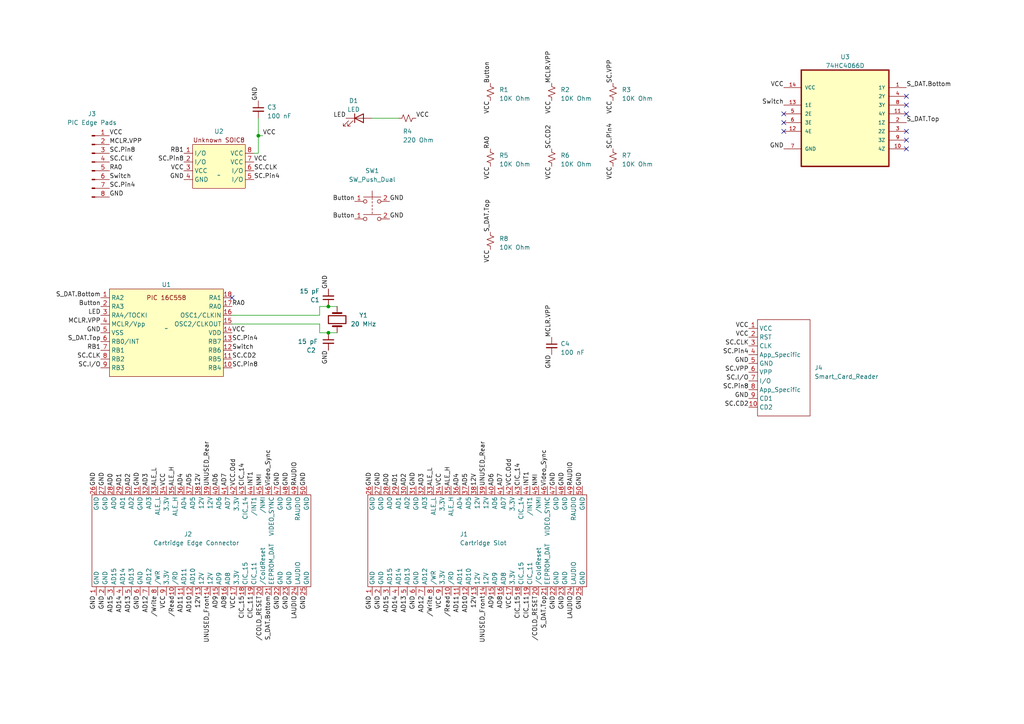
<source format=kicad_sch>
(kicad_sch (version 20230121) (generator eeschema)

  (uuid 6893dc3f-1370-4f85-acb2-91d60db09913)

  (paper "A4")

  (lib_symbols
    (symbol "Connector:Conn_01x08_Pin" (pin_names (offset 1.016) hide) (in_bom yes) (on_board yes)
      (property "Reference" "J" (at 0 10.16 0)
        (effects (font (size 1.27 1.27)))
      )
      (property "Value" "Conn_01x08_Pin" (at 0 -12.7 0)
        (effects (font (size 1.27 1.27)))
      )
      (property "Footprint" "" (at 0 0 0)
        (effects (font (size 1.27 1.27)) hide)
      )
      (property "Datasheet" "~" (at 0 0 0)
        (effects (font (size 1.27 1.27)) hide)
      )
      (property "ki_locked" "" (at 0 0 0)
        (effects (font (size 1.27 1.27)))
      )
      (property "ki_keywords" "connector" (at 0 0 0)
        (effects (font (size 1.27 1.27)) hide)
      )
      (property "ki_description" "Generic connector, single row, 01x08, script generated" (at 0 0 0)
        (effects (font (size 1.27 1.27)) hide)
      )
      (property "ki_fp_filters" "Connector*:*_1x??_*" (at 0 0 0)
        (effects (font (size 1.27 1.27)) hide)
      )
      (symbol "Conn_01x08_Pin_1_1"
        (polyline
          (pts
            (xy 1.27 -10.16)
            (xy 0.8636 -10.16)
          )
          (stroke (width 0.1524) (type default))
          (fill (type none))
        )
        (polyline
          (pts
            (xy 1.27 -7.62)
            (xy 0.8636 -7.62)
          )
          (stroke (width 0.1524) (type default))
          (fill (type none))
        )
        (polyline
          (pts
            (xy 1.27 -5.08)
            (xy 0.8636 -5.08)
          )
          (stroke (width 0.1524) (type default))
          (fill (type none))
        )
        (polyline
          (pts
            (xy 1.27 -2.54)
            (xy 0.8636 -2.54)
          )
          (stroke (width 0.1524) (type default))
          (fill (type none))
        )
        (polyline
          (pts
            (xy 1.27 0)
            (xy 0.8636 0)
          )
          (stroke (width 0.1524) (type default))
          (fill (type none))
        )
        (polyline
          (pts
            (xy 1.27 2.54)
            (xy 0.8636 2.54)
          )
          (stroke (width 0.1524) (type default))
          (fill (type none))
        )
        (polyline
          (pts
            (xy 1.27 5.08)
            (xy 0.8636 5.08)
          )
          (stroke (width 0.1524) (type default))
          (fill (type none))
        )
        (polyline
          (pts
            (xy 1.27 7.62)
            (xy 0.8636 7.62)
          )
          (stroke (width 0.1524) (type default))
          (fill (type none))
        )
        (rectangle (start 0.8636 -10.033) (end 0 -10.287)
          (stroke (width 0.1524) (type default))
          (fill (type outline))
        )
        (rectangle (start 0.8636 -7.493) (end 0 -7.747)
          (stroke (width 0.1524) (type default))
          (fill (type outline))
        )
        (rectangle (start 0.8636 -4.953) (end 0 -5.207)
          (stroke (width 0.1524) (type default))
          (fill (type outline))
        )
        (rectangle (start 0.8636 -2.413) (end 0 -2.667)
          (stroke (width 0.1524) (type default))
          (fill (type outline))
        )
        (rectangle (start 0.8636 0.127) (end 0 -0.127)
          (stroke (width 0.1524) (type default))
          (fill (type outline))
        )
        (rectangle (start 0.8636 2.667) (end 0 2.413)
          (stroke (width 0.1524) (type default))
          (fill (type outline))
        )
        (rectangle (start 0.8636 5.207) (end 0 4.953)
          (stroke (width 0.1524) (type default))
          (fill (type outline))
        )
        (rectangle (start 0.8636 7.747) (end 0 7.493)
          (stroke (width 0.1524) (type default))
          (fill (type outline))
        )
        (pin passive line (at 5.08 7.62 180) (length 3.81)
          (name "Pin_1" (effects (font (size 1.27 1.27))))
          (number "1" (effects (font (size 1.27 1.27))))
        )
        (pin passive line (at 5.08 5.08 180) (length 3.81)
          (name "Pin_2" (effects (font (size 1.27 1.27))))
          (number "2" (effects (font (size 1.27 1.27))))
        )
        (pin passive line (at 5.08 2.54 180) (length 3.81)
          (name "Pin_3" (effects (font (size 1.27 1.27))))
          (number "3" (effects (font (size 1.27 1.27))))
        )
        (pin passive line (at 5.08 0 180) (length 3.81)
          (name "Pin_4" (effects (font (size 1.27 1.27))))
          (number "4" (effects (font (size 1.27 1.27))))
        )
        (pin passive line (at 5.08 -2.54 180) (length 3.81)
          (name "Pin_5" (effects (font (size 1.27 1.27))))
          (number "5" (effects (font (size 1.27 1.27))))
        )
        (pin passive line (at 5.08 -5.08 180) (length 3.81)
          (name "Pin_6" (effects (font (size 1.27 1.27))))
          (number "6" (effects (font (size 1.27 1.27))))
        )
        (pin passive line (at 5.08 -7.62 180) (length 3.81)
          (name "Pin_7" (effects (font (size 1.27 1.27))))
          (number "7" (effects (font (size 1.27 1.27))))
        )
        (pin passive line (at 5.08 -10.16 180) (length 3.81)
          (name "Pin_8" (effects (font (size 1.27 1.27))))
          (number "8" (effects (font (size 1.27 1.27))))
        )
      )
    )
    (symbol "Device:C_Small" (pin_numbers hide) (pin_names (offset 0.254) hide) (in_bom yes) (on_board yes)
      (property "Reference" "C" (at 0.254 1.778 0)
        (effects (font (size 1.27 1.27)) (justify left))
      )
      (property "Value" "C_Small" (at 0.254 -2.032 0)
        (effects (font (size 1.27 1.27)) (justify left))
      )
      (property "Footprint" "" (at 0 0 0)
        (effects (font (size 1.27 1.27)) hide)
      )
      (property "Datasheet" "~" (at 0 0 0)
        (effects (font (size 1.27 1.27)) hide)
      )
      (property "ki_keywords" "capacitor cap" (at 0 0 0)
        (effects (font (size 1.27 1.27)) hide)
      )
      (property "ki_description" "Unpolarized capacitor, small symbol" (at 0 0 0)
        (effects (font (size 1.27 1.27)) hide)
      )
      (property "ki_fp_filters" "C_*" (at 0 0 0)
        (effects (font (size 1.27 1.27)) hide)
      )
      (symbol "C_Small_0_1"
        (polyline
          (pts
            (xy -1.524 -0.508)
            (xy 1.524 -0.508)
          )
          (stroke (width 0.3302) (type default))
          (fill (type none))
        )
        (polyline
          (pts
            (xy -1.524 0.508)
            (xy 1.524 0.508)
          )
          (stroke (width 0.3048) (type default))
          (fill (type none))
        )
      )
      (symbol "C_Small_1_1"
        (pin passive line (at 0 2.54 270) (length 2.032)
          (name "~" (effects (font (size 1.27 1.27))))
          (number "1" (effects (font (size 1.27 1.27))))
        )
        (pin passive line (at 0 -2.54 90) (length 2.032)
          (name "~" (effects (font (size 1.27 1.27))))
          (number "2" (effects (font (size 1.27 1.27))))
        )
      )
    )
    (symbol "Device:Crystal" (pin_numbers hide) (pin_names (offset 1.016) hide) (in_bom yes) (on_board yes)
      (property "Reference" "Y" (at 0 3.81 0)
        (effects (font (size 1.27 1.27)))
      )
      (property "Value" "Crystal" (at 0 -3.81 0)
        (effects (font (size 1.27 1.27)))
      )
      (property "Footprint" "" (at 0 0 0)
        (effects (font (size 1.27 1.27)) hide)
      )
      (property "Datasheet" "~" (at 0 0 0)
        (effects (font (size 1.27 1.27)) hide)
      )
      (property "ki_keywords" "quartz ceramic resonator oscillator" (at 0 0 0)
        (effects (font (size 1.27 1.27)) hide)
      )
      (property "ki_description" "Two pin crystal" (at 0 0 0)
        (effects (font (size 1.27 1.27)) hide)
      )
      (property "ki_fp_filters" "Crystal*" (at 0 0 0)
        (effects (font (size 1.27 1.27)) hide)
      )
      (symbol "Crystal_0_1"
        (rectangle (start -1.143 2.54) (end 1.143 -2.54)
          (stroke (width 0.3048) (type default))
          (fill (type none))
        )
        (polyline
          (pts
            (xy -2.54 0)
            (xy -1.905 0)
          )
          (stroke (width 0) (type default))
          (fill (type none))
        )
        (polyline
          (pts
            (xy -1.905 -1.27)
            (xy -1.905 1.27)
          )
          (stroke (width 0.508) (type default))
          (fill (type none))
        )
        (polyline
          (pts
            (xy 1.905 -1.27)
            (xy 1.905 1.27)
          )
          (stroke (width 0.508) (type default))
          (fill (type none))
        )
        (polyline
          (pts
            (xy 2.54 0)
            (xy 1.905 0)
          )
          (stroke (width 0) (type default))
          (fill (type none))
        )
      )
      (symbol "Crystal_1_1"
        (pin passive line (at -3.81 0 0) (length 1.27)
          (name "1" (effects (font (size 1.27 1.27))))
          (number "1" (effects (font (size 1.27 1.27))))
        )
        (pin passive line (at 3.81 0 180) (length 1.27)
          (name "2" (effects (font (size 1.27 1.27))))
          (number "2" (effects (font (size 1.27 1.27))))
        )
      )
    )
    (symbol "Device:LED" (pin_numbers hide) (pin_names (offset 1.016) hide) (in_bom yes) (on_board yes)
      (property "Reference" "D" (at 0 2.54 0)
        (effects (font (size 1.27 1.27)))
      )
      (property "Value" "LED" (at 0 -2.54 0)
        (effects (font (size 1.27 1.27)))
      )
      (property "Footprint" "" (at 0 0 0)
        (effects (font (size 1.27 1.27)) hide)
      )
      (property "Datasheet" "~" (at 0 0 0)
        (effects (font (size 1.27 1.27)) hide)
      )
      (property "ki_keywords" "LED diode" (at 0 0 0)
        (effects (font (size 1.27 1.27)) hide)
      )
      (property "ki_description" "Light emitting diode" (at 0 0 0)
        (effects (font (size 1.27 1.27)) hide)
      )
      (property "ki_fp_filters" "LED* LED_SMD:* LED_THT:*" (at 0 0 0)
        (effects (font (size 1.27 1.27)) hide)
      )
      (symbol "LED_0_1"
        (polyline
          (pts
            (xy -1.27 -1.27)
            (xy -1.27 1.27)
          )
          (stroke (width 0.254) (type default))
          (fill (type none))
        )
        (polyline
          (pts
            (xy -1.27 0)
            (xy 1.27 0)
          )
          (stroke (width 0) (type default))
          (fill (type none))
        )
        (polyline
          (pts
            (xy 1.27 -1.27)
            (xy 1.27 1.27)
            (xy -1.27 0)
            (xy 1.27 -1.27)
          )
          (stroke (width 0.254) (type default))
          (fill (type none))
        )
        (polyline
          (pts
            (xy -3.048 -0.762)
            (xy -4.572 -2.286)
            (xy -3.81 -2.286)
            (xy -4.572 -2.286)
            (xy -4.572 -1.524)
          )
          (stroke (width 0) (type default))
          (fill (type none))
        )
        (polyline
          (pts
            (xy -1.778 -0.762)
            (xy -3.302 -2.286)
            (xy -2.54 -2.286)
            (xy -3.302 -2.286)
            (xy -3.302 -1.524)
          )
          (stroke (width 0) (type default))
          (fill (type none))
        )
      )
      (symbol "LED_1_1"
        (pin passive line (at -3.81 0 0) (length 2.54)
          (name "K" (effects (font (size 1.27 1.27))))
          (number "1" (effects (font (size 1.27 1.27))))
        )
        (pin passive line (at 3.81 0 180) (length 2.54)
          (name "A" (effects (font (size 1.27 1.27))))
          (number "2" (effects (font (size 1.27 1.27))))
        )
      )
    )
    (symbol "Device:R_Small_US" (pin_numbers hide) (pin_names (offset 0.254) hide) (in_bom yes) (on_board yes)
      (property "Reference" "R" (at 0.762 0.508 0)
        (effects (font (size 1.27 1.27)) (justify left))
      )
      (property "Value" "R_Small_US" (at 0.762 -1.016 0)
        (effects (font (size 1.27 1.27)) (justify left))
      )
      (property "Footprint" "" (at 0 0 0)
        (effects (font (size 1.27 1.27)) hide)
      )
      (property "Datasheet" "~" (at 0 0 0)
        (effects (font (size 1.27 1.27)) hide)
      )
      (property "ki_keywords" "r resistor" (at 0 0 0)
        (effects (font (size 1.27 1.27)) hide)
      )
      (property "ki_description" "Resistor, small US symbol" (at 0 0 0)
        (effects (font (size 1.27 1.27)) hide)
      )
      (property "ki_fp_filters" "R_*" (at 0 0 0)
        (effects (font (size 1.27 1.27)) hide)
      )
      (symbol "R_Small_US_1_1"
        (polyline
          (pts
            (xy 0 0)
            (xy 1.016 -0.381)
            (xy 0 -0.762)
            (xy -1.016 -1.143)
            (xy 0 -1.524)
          )
          (stroke (width 0) (type default))
          (fill (type none))
        )
        (polyline
          (pts
            (xy 0 1.524)
            (xy 1.016 1.143)
            (xy 0 0.762)
            (xy -1.016 0.381)
            (xy 0 0)
          )
          (stroke (width 0) (type default))
          (fill (type none))
        )
        (pin passive line (at 0 2.54 270) (length 1.016)
          (name "~" (effects (font (size 1.27 1.27))))
          (number "1" (effects (font (size 1.27 1.27))))
        )
        (pin passive line (at 0 -2.54 90) (length 1.016)
          (name "~" (effects (font (size 1.27 1.27))))
          (number "2" (effects (font (size 1.27 1.27))))
        )
      )
    )
    (symbol "GB Printer:Smart_Card_Reader" (in_bom yes) (on_board yes)
      (property "Reference" "J4" (at 8.89 0.0001 0)
        (effects (font (size 1.27 1.27)) (justify left))
      )
      (property "Value" "Smart_Card_Reader" (at 8.89 -2.5399 0)
        (effects (font (size 1.27 1.27)) (justify left))
      )
      (property "Footprint" "Gameboy Printer:Smart Card" (at 7.62 0 0)
        (effects (font (size 1.27 1.27)) hide)
      )
      (property "Datasheet" "" (at 7.62 0 0)
        (effects (font (size 1.27 1.27)) hide)
      )
      (symbol "Smart_Card_Reader_0_1"
        (rectangle (start -7.62 13.97) (end 7.62 -13.97)
          (stroke (width 0) (type default))
          (fill (type none))
        )
      )
      (symbol "Smart_Card_Reader_1_1"
        (pin power_in line (at -10.16 11.43 0) (length 2.54)
          (name "VCC" (effects (font (size 1.27 1.27))))
          (number "1" (effects (font (size 1.27 1.27))))
        )
        (pin input line (at -10.16 -11.43 0) (length 2.54)
          (name "CD2" (effects (font (size 1.27 1.27))))
          (number "10" (effects (font (size 1.27 1.27))))
        )
        (pin input line (at -10.16 8.89 0) (length 2.54)
          (name "RST" (effects (font (size 1.27 1.27))))
          (number "2" (effects (font (size 1.27 1.27))))
        )
        (pin input line (at -10.16 6.35 0) (length 2.54)
          (name "CLK" (effects (font (size 1.27 1.27))))
          (number "3" (effects (font (size 1.27 1.27))))
        )
        (pin input line (at -10.16 3.81 0) (length 2.54)
          (name "App_Specific" (effects (font (size 1.27 1.27))))
          (number "4" (effects (font (size 1.27 1.27))))
        )
        (pin power_in line (at -10.16 1.27 0) (length 2.54)
          (name "GND" (effects (font (size 1.27 1.27))))
          (number "5" (effects (font (size 1.27 1.27))))
        )
        (pin power_in line (at -10.16 -1.27 0) (length 2.54)
          (name "VPP" (effects (font (size 1.27 1.27))))
          (number "6" (effects (font (size 1.27 1.27))))
        )
        (pin input line (at -10.16 -3.81 0) (length 2.54)
          (name "I/O" (effects (font (size 1.27 1.27))))
          (number "7" (effects (font (size 1.27 1.27))))
        )
        (pin input line (at -10.16 -6.35 0) (length 2.54)
          (name "App_Specific" (effects (font (size 1.27 1.27))))
          (number "8" (effects (font (size 1.27 1.27))))
        )
        (pin input line (at -10.16 -8.89 0) (length 2.54)
          (name "CD1" (effects (font (size 1.27 1.27))))
          (number "9" (effects (font (size 1.27 1.27))))
        )
      )
    )
    (symbol "N64:Edge_Connector" (in_bom yes) (on_board yes)
      (property "Reference" "U" (at 0 2.54 0)
        (effects (font (size 1.27 1.27)))
      )
      (property "Value" "Edge_Connector" (at 0 0 0)
        (effects (font (size 1.27 1.27)))
      )
      (property "Footprint" "" (at 11.43 -2.54 0)
        (effects (font (size 1.27 1.27)) hide)
      )
      (property "Datasheet" "" (at 11.43 -2.54 0)
        (effects (font (size 1.27 1.27)) hide)
      )
      (symbol "Edge_Connector_0_1"
        (rectangle (start -33.02 13.97) (end 30.48 -12.7)
          (stroke (width 0) (type default))
          (fill (type none))
        )
      )
      (symbol "Edge_Connector_1_1"
        (pin power_out line (at -31.75 -15.24 90) (length 2.54)
          (name "GND" (effects (font (size 1.27 1.27))))
          (number "1" (effects (font (size 1.27 1.27))))
        )
        (pin output line (at -8.89 -15.24 90) (length 2.54)
          (name "/RD" (effects (font (size 1.27 1.27))))
          (number "10" (effects (font (size 1.27 1.27))))
        )
        (pin bidirectional line (at -6.35 -15.24 90) (length 2.54)
          (name "AD11" (effects (font (size 1.27 1.27))))
          (number "11" (effects (font (size 1.27 1.27))))
        )
        (pin bidirectional line (at -3.81 -15.24 90) (length 2.54)
          (name "AD10" (effects (font (size 1.27 1.27))))
          (number "12" (effects (font (size 1.27 1.27))))
        )
        (pin power_out line (at -1.27 -15.24 90) (length 2.54)
          (name "12V" (effects (font (size 1.27 1.27))))
          (number "13" (effects (font (size 1.27 1.27))))
        )
        (pin power_out line (at 1.27 -15.24 90) (length 2.54)
          (name "12V" (effects (font (size 1.27 1.27))))
          (number "14" (effects (font (size 1.27 1.27))))
        )
        (pin bidirectional line (at 3.81 -15.24 90) (length 2.54)
          (name "AD9" (effects (font (size 1.27 1.27))))
          (number "15" (effects (font (size 1.27 1.27))))
        )
        (pin bidirectional line (at 6.35 -15.24 90) (length 2.54)
          (name "AD8" (effects (font (size 1.27 1.27))))
          (number "16" (effects (font (size 1.27 1.27))))
        )
        (pin power_out line (at 8.89 -15.24 90) (length 2.54)
          (name "3.3V" (effects (font (size 1.27 1.27))))
          (number "17" (effects (font (size 1.27 1.27))))
        )
        (pin bidirectional line (at 11.43 -15.24 90) (length 2.54)
          (name "CIC_15" (effects (font (size 1.27 1.27))))
          (number "18" (effects (font (size 1.27 1.27))))
        )
        (pin bidirectional line (at 13.97 -15.24 90) (length 2.54)
          (name "CIC_11" (effects (font (size 1.27 1.27))))
          (number "19" (effects (font (size 1.27 1.27))))
        )
        (pin power_out line (at -29.21 -15.24 90) (length 2.54)
          (name "GND" (effects (font (size 1.27 1.27))))
          (number "2" (effects (font (size 1.27 1.27))))
        )
        (pin bidirectional line (at 16.51 -15.24 90) (length 2.54)
          (name "/ColdReset" (effects (font (size 1.27 1.27))))
          (number "20" (effects (font (size 1.27 1.27))))
        )
        (pin bidirectional line (at 19.05 -15.24 90) (length 2.54)
          (name "EEPROM_DAT" (effects (font (size 1.27 1.27))))
          (number "21" (effects (font (size 1.27 1.27))))
        )
        (pin power_out line (at 21.59 -15.24 90) (length 2.54)
          (name "GND" (effects (font (size 1.27 1.27))))
          (number "22" (effects (font (size 1.27 1.27))))
        )
        (pin power_out line (at 24.13 -15.24 90) (length 2.54)
          (name "GND" (effects (font (size 1.27 1.27))))
          (number "23" (effects (font (size 1.27 1.27))))
        )
        (pin bidirectional line (at 26.67 -15.24 90) (length 2.54)
          (name "LAUDIO" (effects (font (size 1.27 1.27))))
          (number "24" (effects (font (size 1.27 1.27))))
        )
        (pin power_out line (at 29.21 -15.24 90) (length 2.54)
          (name "GND" (effects (font (size 1.27 1.27))))
          (number "25" (effects (font (size 1.27 1.27))))
        )
        (pin power_out line (at -31.75 16.51 270) (length 2.54)
          (name "GND" (effects (font (size 1.27 1.27))))
          (number "26" (effects (font (size 1.27 1.27))))
        )
        (pin power_out line (at -29.21 16.51 270) (length 2.54)
          (name "GND" (effects (font (size 1.27 1.27))))
          (number "27" (effects (font (size 1.27 1.27))))
        )
        (pin bidirectional line (at -26.67 16.51 270) (length 2.54)
          (name "AD0" (effects (font (size 1.27 1.27))))
          (number "28" (effects (font (size 1.27 1.27))))
        )
        (pin bidirectional line (at -24.13 16.51 270) (length 2.54)
          (name "AD1" (effects (font (size 1.27 1.27))))
          (number "29" (effects (font (size 1.27 1.27))))
        )
        (pin bidirectional line (at -26.67 -15.24 90) (length 2.54)
          (name "AD15" (effects (font (size 1.27 1.27))))
          (number "3" (effects (font (size 1.27 1.27))))
        )
        (pin bidirectional line (at -21.59 16.51 270) (length 2.54)
          (name "AD2" (effects (font (size 1.27 1.27))))
          (number "30" (effects (font (size 1.27 1.27))))
        )
        (pin power_out line (at -19.05 16.51 270) (length 2.54)
          (name "GND" (effects (font (size 1.27 1.27))))
          (number "31" (effects (font (size 1.27 1.27))))
        )
        (pin bidirectional line (at -16.51 16.51 270) (length 2.54)
          (name "AD3" (effects (font (size 1.27 1.27))))
          (number "32" (effects (font (size 1.27 1.27))))
        )
        (pin output line (at -13.97 16.51 270) (length 2.54)
          (name "ALE_L" (effects (font (size 1.27 1.27))))
          (number "33" (effects (font (size 1.27 1.27))))
        )
        (pin power_out line (at -11.43 16.51 270) (length 2.54)
          (name "3.3V" (effects (font (size 1.27 1.27))))
          (number "34" (effects (font (size 1.27 1.27))))
        )
        (pin output line (at -8.89 16.51 270) (length 2.54)
          (name "ALE_H" (effects (font (size 1.27 1.27))))
          (number "35" (effects (font (size 1.27 1.27))))
        )
        (pin bidirectional line (at -6.35 16.51 270) (length 2.54)
          (name "AD4" (effects (font (size 1.27 1.27))))
          (number "36" (effects (font (size 1.27 1.27))))
        )
        (pin bidirectional line (at -3.81 16.51 270) (length 2.54)
          (name "AD5" (effects (font (size 1.27 1.27))))
          (number "37" (effects (font (size 1.27 1.27))))
        )
        (pin power_out line (at -1.27 16.51 270) (length 2.54)
          (name "12V" (effects (font (size 1.27 1.27))))
          (number "38" (effects (font (size 1.27 1.27))))
        )
        (pin power_out line (at 1.27 16.51 270) (length 2.54)
          (name "12V" (effects (font (size 1.27 1.27))))
          (number "39" (effects (font (size 1.27 1.27))))
        )
        (pin bidirectional line (at -24.13 -15.24 90) (length 2.54)
          (name "AD14" (effects (font (size 1.27 1.27))))
          (number "4" (effects (font (size 1.27 1.27))))
        )
        (pin bidirectional line (at 3.81 16.51 270) (length 2.54)
          (name "AD6" (effects (font (size 1.27 1.27))))
          (number "40" (effects (font (size 1.27 1.27))))
        )
        (pin bidirectional line (at 6.35 16.51 270) (length 2.54)
          (name "AD7" (effects (font (size 1.27 1.27))))
          (number "41" (effects (font (size 1.27 1.27))))
        )
        (pin bidirectional line (at 8.89 16.51 270) (length 2.54)
          (name "3.3V" (effects (font (size 1.27 1.27))))
          (number "42" (effects (font (size 1.27 1.27))))
        )
        (pin bidirectional line (at 11.43 16.51 270) (length 2.54)
          (name "CIC_14" (effects (font (size 1.27 1.27))))
          (number "43" (effects (font (size 1.27 1.27))))
        )
        (pin bidirectional line (at 13.97 16.51 270) (length 2.54)
          (name "/INT1" (effects (font (size 1.27 1.27))))
          (number "44" (effects (font (size 1.27 1.27))))
        )
        (pin bidirectional line (at 16.51 16.51 270) (length 2.54)
          (name "/NMI" (effects (font (size 1.27 1.27))))
          (number "45" (effects (font (size 1.27 1.27))))
        )
        (pin bidirectional line (at 19.05 16.51 270) (length 2.54)
          (name "VIDEO_SYNC" (effects (font (size 1.27 1.27))))
          (number "46" (effects (font (size 1.27 1.27))))
        )
        (pin power_out line (at 21.59 16.51 270) (length 2.54)
          (name "GND" (effects (font (size 1.27 1.27))))
          (number "47" (effects (font (size 1.27 1.27))))
        )
        (pin power_out line (at 24.13 16.51 270) (length 2.54)
          (name "GND" (effects (font (size 1.27 1.27))))
          (number "48" (effects (font (size 1.27 1.27))))
        )
        (pin bidirectional line (at 26.67 16.51 270) (length 2.54)
          (name "RAUDIO" (effects (font (size 1.27 1.27))))
          (number "49" (effects (font (size 1.27 1.27))))
        )
        (pin bidirectional line (at -21.59 -15.24 90) (length 2.54)
          (name "AD13" (effects (font (size 1.27 1.27))))
          (number "5" (effects (font (size 1.27 1.27))))
        )
        (pin power_out line (at 29.21 16.51 270) (length 2.54)
          (name "GND" (effects (font (size 1.27 1.27))))
          (number "50" (effects (font (size 1.27 1.27))))
        )
        (pin power_out line (at -19.05 -15.24 90) (length 2.54)
          (name "GND" (effects (font (size 1.27 1.27))))
          (number "6" (effects (font (size 1.27 1.27))))
        )
        (pin bidirectional line (at -16.51 -15.24 90) (length 2.54)
          (name "AD12" (effects (font (size 1.27 1.27))))
          (number "7" (effects (font (size 1.27 1.27))))
        )
        (pin output line (at -13.97 -15.24 90) (length 2.54)
          (name "/WR" (effects (font (size 1.27 1.27))))
          (number "8" (effects (font (size 1.27 1.27))))
        )
        (pin power_out line (at -11.43 -15.24 90) (length 2.54)
          (name "3.3V" (effects (font (size 1.27 1.27))))
          (number "9" (effects (font (size 1.27 1.27))))
        )
      )
    )
    (symbol "REF1161:16C558" (in_bom yes) (on_board yes)
      (property "Reference" "U" (at 0 13.97 0)
        (effects (font (size 1.27 1.27)))
      )
      (property "Value" "" (at 0 0 0)
        (effects (font (size 1.27 1.27)))
      )
      (property "Footprint" "" (at 0 0 0)
        (effects (font (size 1.27 1.27)) hide)
      )
      (property "Datasheet" "" (at 0 0 0)
        (effects (font (size 1.27 1.27)) hide)
      )
      (symbol "16C558_1_1"
        (rectangle (start -16.51 11.43) (end 16.51 -13.97)
          (stroke (width 0) (type default))
          (fill (type background))
        )
        (text "PIC 16C558" (at 0 8.89 0)
          (effects (font (size 1.27 1.27)))
        )
        (pin bidirectional line (at -19.05 8.89 0) (length 2.54)
          (name "RA2" (effects (font (size 1.27 1.27))))
          (number "1" (effects (font (size 1.27 1.27))))
        )
        (pin bidirectional line (at 19.05 -11.43 180) (length 2.54)
          (name "RB4" (effects (font (size 1.27 1.27))))
          (number "10" (effects (font (size 1.27 1.27))))
        )
        (pin bidirectional line (at 19.05 -8.89 180) (length 2.54)
          (name "RB5" (effects (font (size 1.27 1.27))))
          (number "11" (effects (font (size 1.27 1.27))))
        )
        (pin bidirectional line (at 19.05 -6.35 180) (length 2.54)
          (name "RB6" (effects (font (size 1.27 1.27))))
          (number "12" (effects (font (size 1.27 1.27))))
        )
        (pin bidirectional line (at 19.05 -3.81 180) (length 2.54)
          (name "RB7" (effects (font (size 1.27 1.27))))
          (number "13" (effects (font (size 1.27 1.27))))
        )
        (pin power_in line (at 19.05 -1.27 180) (length 2.54)
          (name "VDD" (effects (font (size 1.27 1.27))))
          (number "14" (effects (font (size 1.27 1.27))))
        )
        (pin output line (at 19.05 1.27 180) (length 2.54)
          (name "OSC2/CLKOUT" (effects (font (size 1.27 1.27))))
          (number "15" (effects (font (size 1.27 1.27))))
        )
        (pin input line (at 19.05 3.81 180) (length 2.54)
          (name "OSC1/CLKIN" (effects (font (size 1.27 1.27))))
          (number "16" (effects (font (size 1.27 1.27))))
        )
        (pin bidirectional line (at 19.05 6.35 180) (length 2.54)
          (name "RA0" (effects (font (size 1.27 1.27))))
          (number "17" (effects (font (size 1.27 1.27))))
        )
        (pin bidirectional line (at 19.05 8.89 180) (length 2.54)
          (name "RA1" (effects (font (size 1.27 1.27))))
          (number "18" (effects (font (size 1.27 1.27))))
        )
        (pin bidirectional line (at -19.05 6.35 0) (length 2.54)
          (name "RA3" (effects (font (size 1.27 1.27))))
          (number "2" (effects (font (size 1.27 1.27))))
        )
        (pin bidirectional line (at -19.05 3.81 0) (length 2.54)
          (name "RA4/TOCKI" (effects (font (size 1.27 1.27))))
          (number "3" (effects (font (size 1.27 1.27))))
        )
        (pin input line (at -19.05 1.27 0) (length 2.54)
          (name "MCLR/Vpp" (effects (font (size 1.27 1.27))))
          (number "4" (effects (font (size 1.27 1.27))))
        )
        (pin power_in line (at -19.05 -1.27 0) (length 2.54)
          (name "VSS" (effects (font (size 1.27 1.27))))
          (number "5" (effects (font (size 1.27 1.27))))
        )
        (pin bidirectional line (at -19.05 -3.81 0) (length 2.54)
          (name "RB0/INT" (effects (font (size 1.27 1.27))))
          (number "6" (effects (font (size 1.27 1.27))))
        )
        (pin bidirectional line (at -19.05 -6.35 0) (length 2.54)
          (name "RB1" (effects (font (size 1.27 1.27))))
          (number "7" (effects (font (size 1.27 1.27))))
        )
        (pin bidirectional line (at -19.05 -8.89 0) (length 2.54)
          (name "RB2" (effects (font (size 1.27 1.27))))
          (number "8" (effects (font (size 1.27 1.27))))
        )
        (pin bidirectional line (at -19.05 -11.43 0) (length 2.54)
          (name "RB3" (effects (font (size 1.27 1.27))))
          (number "9" (effects (font (size 1.27 1.27))))
        )
      )
    )
    (symbol "REF1161:74HC4066D_652" (pin_names (offset 1.016)) (in_bom yes) (on_board yes)
      (property "Reference" "U" (at -4.9307 12.5555 0)
        (effects (font (size 1.27 1.27)) (justify left bottom))
      )
      (property "Value" "74HC4066D_652" (at -3.9907 -21.9615 0)
        (effects (font (size 1.27 1.27)) (justify left bottom))
      )
      (property "Footprint" "74HC4066D_652:SOIC127P600X175-14N" (at 0 0 0)
        (effects (font (size 1.27 1.27)) (justify bottom) hide)
      )
      (property "Datasheet" "" (at 0 0 0)
        (effects (font (size 1.27 1.27)) hide)
      )
      (property "MF" "Nexperia USA" (at 0 0 0)
        (effects (font (size 1.27 1.27)) (justify bottom) hide)
      )
      (property "Description" "\n4 Circuit IC Switch 1:1 95Ohm 14-SO\n" (at 0 0 0)
        (effects (font (size 1.27 1.27)) (justify bottom) hide)
      )
      (property "PACKAGE" "SOIC-16" (at 0 0 0)
        (effects (font (size 1.27 1.27)) (justify bottom) hide)
      )
      (property "MPN" "74HC4066D,652" (at 0 0 0)
        (effects (font (size 1.27 1.27)) (justify bottom) hide)
      )
      (property "Price" "None" (at 0 0 0)
        (effects (font (size 1.27 1.27)) (justify bottom) hide)
      )
      (property "Package" "SO14-14 Nexperia USA Inc." (at 0 0 0)
        (effects (font (size 1.27 1.27)) (justify bottom) hide)
      )
      (property "OC_FARNELL" "1868620" (at 0 0 0)
        (effects (font (size 1.27 1.27)) (justify bottom) hide)
      )
      (property "SnapEDA_Link" "https://www.snapeda.com/parts/74HC4066D,652/Nexperia/view-part/?ref=snap" (at 0 0 0)
        (effects (font (size 1.27 1.27)) (justify bottom) hide)
      )
      (property "MP" "74HC4066D,652" (at 0 0 0)
        (effects (font (size 1.27 1.27)) (justify bottom) hide)
      )
      (property "Purchase-URL" "https://www.snapeda.com/api/url_track_click_mouser/?unipart_id=137155&manufacturer=Nexperia USA&part_name=74HC4066D,652&search_term=74hc4066" (at 0 0 0)
        (effects (font (size 1.27 1.27)) (justify bottom) hide)
      )
      (property "SUPPLIER" "NXP" (at 0 0 0)
        (effects (font (size 1.27 1.27)) (justify bottom) hide)
      )
      (property "OC_NEWARK" "71R2541" (at 0 0 0)
        (effects (font (size 1.27 1.27)) (justify bottom) hide)
      )
      (property "Availability" "In Stock" (at 0 0 0)
        (effects (font (size 1.27 1.27)) (justify bottom) hide)
      )
      (property "Check_prices" "https://www.snapeda.com/parts/74HC4066D,652/Nexperia/view-part/?ref=eda" (at 0 0 0)
        (effects (font (size 1.27 1.27)) (justify bottom) hide)
      )
      (symbol "74HC4066D_652_0_0"
        (rectangle (start -12.7 -17.78) (end 12.7 10.16)
          (stroke (width 0.4064) (type default))
          (fill (type background))
        )
        (pin bidirectional line (at 17.78 5.08 180) (length 5.08)
          (name "1Y" (effects (font (size 1.016 1.016))))
          (number "1" (effects (font (size 1.016 1.016))))
        )
        (pin bidirectional line (at 17.78 -12.7 180) (length 5.08)
          (name "4Z" (effects (font (size 1.016 1.016))))
          (number "10" (effects (font (size 1.016 1.016))))
        )
        (pin bidirectional line (at 17.78 -2.54 180) (length 5.08)
          (name "4Y" (effects (font (size 1.016 1.016))))
          (number "11" (effects (font (size 1.016 1.016))))
        )
        (pin input line (at -17.78 -7.62 0) (length 5.08)
          (name "4E" (effects (font (size 1.016 1.016))))
          (number "12" (effects (font (size 1.016 1.016))))
        )
        (pin input line (at -17.78 0 0) (length 5.08)
          (name "1E" (effects (font (size 1.016 1.016))))
          (number "13" (effects (font (size 1.016 1.016))))
        )
        (pin power_in line (at -17.78 5.08 0) (length 5.08)
          (name "VCC" (effects (font (size 1.016 1.016))))
          (number "14" (effects (font (size 1.016 1.016))))
        )
        (pin bidirectional line (at 17.78 -5.08 180) (length 5.08)
          (name "1Z" (effects (font (size 1.016 1.016))))
          (number "2" (effects (font (size 1.016 1.016))))
        )
        (pin bidirectional line (at 17.78 -7.62 180) (length 5.08)
          (name "2Z" (effects (font (size 1.016 1.016))))
          (number "3" (effects (font (size 1.016 1.016))))
        )
        (pin bidirectional line (at 17.78 2.54 180) (length 5.08)
          (name "2Y" (effects (font (size 1.016 1.016))))
          (number "4" (effects (font (size 1.016 1.016))))
        )
        (pin input line (at -17.78 -2.54 0) (length 5.08)
          (name "2E" (effects (font (size 1.016 1.016))))
          (number "5" (effects (font (size 1.016 1.016))))
        )
        (pin input line (at -17.78 -5.08 0) (length 5.08)
          (name "3E" (effects (font (size 1.016 1.016))))
          (number "6" (effects (font (size 1.016 1.016))))
        )
        (pin passive line (at -17.78 -12.7 0) (length 5.08)
          (name "GND" (effects (font (size 1.016 1.016))))
          (number "7" (effects (font (size 1.016 1.016))))
        )
        (pin bidirectional line (at 17.78 0 180) (length 5.08)
          (name "3Y" (effects (font (size 1.016 1.016))))
          (number "8" (effects (font (size 1.016 1.016))))
        )
        (pin bidirectional line (at 17.78 -10.16 180) (length 5.08)
          (name "3Z" (effects (font (size 1.016 1.016))))
          (number "9" (effects (font (size 1.016 1.016))))
        )
      )
    )
    (symbol "REF1161:Unknown_SOIC8" (in_bom yes) (on_board yes)
      (property "Reference" "U" (at 0 12.7 0)
        (effects (font (size 1.27 1.27)))
      )
      (property "Value" "" (at 0 0 0)
        (effects (font (size 1.27 1.27)))
      )
      (property "Footprint" "" (at 0 0 0)
        (effects (font (size 1.27 1.27)) hide)
      )
      (property "Datasheet" "" (at 0 0 0)
        (effects (font (size 1.27 1.27)) hide)
      )
      (symbol "Unknown_SOIC8_1_1"
        (rectangle (start -7.62 8.89) (end 7.62 -3.81)
          (stroke (width 0) (type default))
          (fill (type background))
        )
        (text "Unknown SOIC8" (at 0 10.16 0)
          (effects (font (size 1.27 1.27)))
        )
        (pin bidirectional line (at -10.16 6.35 0) (length 2.54)
          (name "I/O" (effects (font (size 1.27 1.27))))
          (number "1" (effects (font (size 1.27 1.27))))
        )
        (pin bidirectional line (at -10.16 3.81 0) (length 2.54)
          (name "I/O" (effects (font (size 1.27 1.27))))
          (number "2" (effects (font (size 1.27 1.27))))
        )
        (pin power_in line (at -10.16 1.27 0) (length 2.54)
          (name "VCC" (effects (font (size 1.27 1.27))))
          (number "3" (effects (font (size 1.27 1.27))))
        )
        (pin power_in line (at -10.16 -1.27 0) (length 2.54)
          (name "GND" (effects (font (size 1.27 1.27))))
          (number "4" (effects (font (size 1.27 1.27))))
        )
        (pin bidirectional line (at 10.16 -1.27 180) (length 2.54)
          (name "I/O" (effects (font (size 1.27 1.27))))
          (number "5" (effects (font (size 1.27 1.27))))
        )
        (pin bidirectional line (at 10.16 1.27 180) (length 2.54)
          (name "I/O" (effects (font (size 1.27 1.27))))
          (number "6" (effects (font (size 1.27 1.27))))
        )
        (pin power_in line (at 10.16 3.81 180) (length 2.54)
          (name "VCC" (effects (font (size 1.27 1.27))))
          (number "7" (effects (font (size 1.27 1.27))))
        )
        (pin power_in line (at 10.16 6.35 180) (length 2.54)
          (name "VCC" (effects (font (size 1.27 1.27))))
          (number "8" (effects (font (size 1.27 1.27))))
        )
      )
    )
    (symbol "Switch:SW_Push_Dual" (pin_names (offset 1.016) hide) (in_bom yes) (on_board yes)
      (property "Reference" "Z1" (at 0 7.62 0)
        (effects (font (size 1.27 1.27)))
      )
      (property "Value" "SW_Push_Dual" (at 0 5.08 0)
        (effects (font (size 1.27 1.27)))
      )
      (property "Footprint" "REF1326:1mm Side Push Button" (at 0 5.08 0)
        (effects (font (size 1.27 1.27)) hide)
      )
      (property "Datasheet" "~" (at 0 5.08 0)
        (effects (font (size 1.27 1.27)) hide)
      )
      (property "ki_keywords" "switch normally-open pushbutton push-button" (at 0 0 0)
        (effects (font (size 1.27 1.27)) hide)
      )
      (property "ki_description" "Push button switch, generic, symbol, four pins" (at 0 0 0)
        (effects (font (size 1.27 1.27)) hide)
      )
      (symbol "SW_Push_Dual_0_1"
        (circle (center -2.032 -5.08) (radius 0.508)
          (stroke (width 0) (type default))
          (fill (type none))
        )
        (circle (center -2.032 0) (radius 0.508)
          (stroke (width 0) (type default))
          (fill (type none))
        )
        (polyline
          (pts
            (xy 0 -3.048)
            (xy 0 -3.556)
          )
          (stroke (width 0) (type default))
          (fill (type none))
        )
        (polyline
          (pts
            (xy 0 -2.032)
            (xy 0 -2.54)
          )
          (stroke (width 0) (type default))
          (fill (type none))
        )
        (polyline
          (pts
            (xy 0 -1.524)
            (xy 0 -1.016)
          )
          (stroke (width 0) (type default))
          (fill (type none))
        )
        (polyline
          (pts
            (xy 0 -0.508)
            (xy 0 0)
          )
          (stroke (width 0) (type default))
          (fill (type none))
        )
        (polyline
          (pts
            (xy 0 0.508)
            (xy 0 1.016)
          )
          (stroke (width 0) (type default))
          (fill (type none))
        )
        (polyline
          (pts
            (xy 0 1.27)
            (xy 0 3.048)
          )
          (stroke (width 0) (type default))
          (fill (type none))
        )
        (polyline
          (pts
            (xy 2.54 -3.81)
            (xy -2.54 -3.81)
          )
          (stroke (width 0) (type default))
          (fill (type none))
        )
        (polyline
          (pts
            (xy 2.54 1.27)
            (xy -2.54 1.27)
          )
          (stroke (width 0) (type default))
          (fill (type none))
        )
        (circle (center 2.032 -5.08) (radius 0.508)
          (stroke (width 0) (type default))
          (fill (type none))
        )
        (circle (center 2.032 0) (radius 0.508)
          (stroke (width 0) (type default))
          (fill (type none))
        )
        (pin passive line (at -5.08 0 0) (length 2.54)
          (name "1" (effects (font (size 1.27 1.27))))
          (number "1" (effects (font (size 1.27 1.27))))
        )
        (pin passive line (at 5.08 0 180) (length 2.54)
          (name "2" (effects (font (size 1.27 1.27))))
          (number "2" (effects (font (size 1.27 1.27))))
        )
      )
      (symbol "SW_Push_Dual_1_1"
        (pin passive line (at -5.08 -5.08 0) (length 2.54)
          (name "1" (effects (font (size 1.27 1.27))))
          (number "1" (effects (font (size 1.27 1.27))))
        )
        (pin passive line (at 5.08 -5.08 180) (length 2.54)
          (name "2" (effects (font (size 1.27 1.27))))
          (number "2" (effects (font (size 1.27 1.27))))
        )
      )
    )
    (symbol "Xplorer64:Edge_Connector" (in_bom yes) (on_board yes)
      (property "Reference" "J1" (at -6.35 2.54 0)
        (effects (font (size 1.27 1.27)) (justify left))
      )
      (property "Value" "Edge_Connector" (at -6.35 0 0)
        (effects (font (size 1.27 1.27)) (justify left))
      )
      (property "Footprint" "N64_Hole:Top Edge Connector" (at 11.43 -2.54 0)
        (effects (font (size 1.27 1.27)) hide)
      )
      (property "Datasheet" "" (at 11.43 -2.54 0)
        (effects (font (size 1.27 1.27)) hide)
      )
      (symbol "Edge_Connector_0_1"
        (rectangle (start -33.02 13.97) (end 30.48 -12.7)
          (stroke (width 0) (type default))
          (fill (type none))
        )
      )
      (symbol "Edge_Connector_1_1"
        (pin power_out line (at -31.75 -15.24 90) (length 2.54)
          (name "GND" (effects (font (size 1.27 1.27))))
          (number "1" (effects (font (size 1.27 1.27))))
        )
        (pin output line (at -8.89 -15.24 90) (length 2.54)
          (name "/RD" (effects (font (size 1.27 1.27))))
          (number "10" (effects (font (size 1.27 1.27))))
        )
        (pin bidirectional line (at -6.35 -15.24 90) (length 2.54)
          (name "AD11" (effects (font (size 1.27 1.27))))
          (number "11" (effects (font (size 1.27 1.27))))
        )
        (pin bidirectional line (at -3.81 -15.24 90) (length 2.54)
          (name "AD10" (effects (font (size 1.27 1.27))))
          (number "12" (effects (font (size 1.27 1.27))))
        )
        (pin power_out line (at -1.27 -15.24 90) (length 2.54)
          (name "12V" (effects (font (size 1.27 1.27))))
          (number "13" (effects (font (size 1.27 1.27))))
        )
        (pin power_out line (at 1.27 -15.24 90) (length 2.54)
          (name "12V" (effects (font (size 1.27 1.27))))
          (number "14" (effects (font (size 1.27 1.27))))
        )
        (pin bidirectional line (at 3.81 -15.24 90) (length 2.54)
          (name "AD9" (effects (font (size 1.27 1.27))))
          (number "15" (effects (font (size 1.27 1.27))))
        )
        (pin bidirectional line (at 6.35 -15.24 90) (length 2.54)
          (name "AD8" (effects (font (size 1.27 1.27))))
          (number "16" (effects (font (size 1.27 1.27))))
        )
        (pin power_out line (at 8.89 -15.24 90) (length 2.54)
          (name "3.3V" (effects (font (size 1.27 1.27))))
          (number "17" (effects (font (size 1.27 1.27))))
        )
        (pin bidirectional line (at 11.43 -15.24 90) (length 2.54)
          (name "CIC_15" (effects (font (size 1.27 1.27))))
          (number "18" (effects (font (size 1.27 1.27))))
        )
        (pin bidirectional line (at 13.97 -15.24 90) (length 2.54)
          (name "CIC_11" (effects (font (size 1.27 1.27))))
          (number "19" (effects (font (size 1.27 1.27))))
        )
        (pin power_out line (at -29.21 -15.24 90) (length 2.54)
          (name "GND" (effects (font (size 1.27 1.27))))
          (number "2" (effects (font (size 1.27 1.27))))
        )
        (pin bidirectional line (at 16.51 -15.24 90) (length 2.54)
          (name "/ColdReset" (effects (font (size 1.27 1.27))))
          (number "20" (effects (font (size 1.27 1.27))))
        )
        (pin bidirectional line (at 19.05 -15.24 90) (length 2.54)
          (name "EEPROM_DAT" (effects (font (size 1.27 1.27))))
          (number "21" (effects (font (size 1.27 1.27))))
        )
        (pin power_out line (at 21.59 -15.24 90) (length 2.54)
          (name "GND" (effects (font (size 1.27 1.27))))
          (number "22" (effects (font (size 1.27 1.27))))
        )
        (pin power_out line (at 24.13 -15.24 90) (length 2.54)
          (name "GND" (effects (font (size 1.27 1.27))))
          (number "23" (effects (font (size 1.27 1.27))))
        )
        (pin bidirectional line (at 26.67 -15.24 90) (length 2.54)
          (name "LAUDIO" (effects (font (size 1.27 1.27))))
          (number "24" (effects (font (size 1.27 1.27))))
        )
        (pin power_out line (at 29.21 -15.24 90) (length 2.54)
          (name "GND" (effects (font (size 1.27 1.27))))
          (number "25" (effects (font (size 1.27 1.27))))
        )
        (pin power_out line (at -31.75 16.51 270) (length 2.54)
          (name "GND" (effects (font (size 1.27 1.27))))
          (number "26" (effects (font (size 1.27 1.27))))
        )
        (pin power_out line (at -29.21 16.51 270) (length 2.54)
          (name "GND" (effects (font (size 1.27 1.27))))
          (number "27" (effects (font (size 1.27 1.27))))
        )
        (pin bidirectional line (at -26.67 16.51 270) (length 2.54)
          (name "AD0" (effects (font (size 1.27 1.27))))
          (number "28" (effects (font (size 1.27 1.27))))
        )
        (pin bidirectional line (at -24.13 16.51 270) (length 2.54)
          (name "AD1" (effects (font (size 1.27 1.27))))
          (number "29" (effects (font (size 1.27 1.27))))
        )
        (pin bidirectional line (at -26.67 -15.24 90) (length 2.54)
          (name "AD15" (effects (font (size 1.27 1.27))))
          (number "3" (effects (font (size 1.27 1.27))))
        )
        (pin bidirectional line (at -21.59 16.51 270) (length 2.54)
          (name "AD2" (effects (font (size 1.27 1.27))))
          (number "30" (effects (font (size 1.27 1.27))))
        )
        (pin power_out line (at -19.05 16.51 270) (length 2.54)
          (name "GND" (effects (font (size 1.27 1.27))))
          (number "31" (effects (font (size 1.27 1.27))))
        )
        (pin bidirectional line (at -16.51 16.51 270) (length 2.54)
          (name "AD3" (effects (font (size 1.27 1.27))))
          (number "32" (effects (font (size 1.27 1.27))))
        )
        (pin output line (at -13.97 16.51 270) (length 2.54)
          (name "ALE_L" (effects (font (size 1.27 1.27))))
          (number "33" (effects (font (size 1.27 1.27))))
        )
        (pin power_out line (at -11.43 16.51 270) (length 2.54)
          (name "3.3V" (effects (font (size 1.27 1.27))))
          (number "34" (effects (font (size 1.27 1.27))))
        )
        (pin output line (at -8.89 16.51 270) (length 2.54)
          (name "ALE_H" (effects (font (size 1.27 1.27))))
          (number "35" (effects (font (size 1.27 1.27))))
        )
        (pin bidirectional line (at -6.35 16.51 270) (length 2.54)
          (name "AD4" (effects (font (size 1.27 1.27))))
          (number "36" (effects (font (size 1.27 1.27))))
        )
        (pin bidirectional line (at -3.81 16.51 270) (length 2.54)
          (name "AD5" (effects (font (size 1.27 1.27))))
          (number "37" (effects (font (size 1.27 1.27))))
        )
        (pin power_out line (at -1.27 16.51 270) (length 2.54)
          (name "12V" (effects (font (size 1.27 1.27))))
          (number "38" (effects (font (size 1.27 1.27))))
        )
        (pin power_out line (at 1.27 16.51 270) (length 2.54)
          (name "12V" (effects (font (size 1.27 1.27))))
          (number "39" (effects (font (size 1.27 1.27))))
        )
        (pin bidirectional line (at -24.13 -15.24 90) (length 2.54)
          (name "AD14" (effects (font (size 1.27 1.27))))
          (number "4" (effects (font (size 1.27 1.27))))
        )
        (pin bidirectional line (at 3.81 16.51 270) (length 2.54)
          (name "AD6" (effects (font (size 1.27 1.27))))
          (number "40" (effects (font (size 1.27 1.27))))
        )
        (pin bidirectional line (at 6.35 16.51 270) (length 2.54)
          (name "AD7" (effects (font (size 1.27 1.27))))
          (number "41" (effects (font (size 1.27 1.27))))
        )
        (pin bidirectional line (at 8.89 16.51 270) (length 2.54)
          (name "3.3V" (effects (font (size 1.27 1.27))))
          (number "42" (effects (font (size 1.27 1.27))))
        )
        (pin bidirectional line (at 11.43 16.51 270) (length 2.54)
          (name "CIC_14" (effects (font (size 1.27 1.27))))
          (number "43" (effects (font (size 1.27 1.27))))
        )
        (pin bidirectional line (at 13.97 16.51 270) (length 2.54)
          (name "/INT1" (effects (font (size 1.27 1.27))))
          (number "44" (effects (font (size 1.27 1.27))))
        )
        (pin bidirectional line (at 16.51 16.51 270) (length 2.54)
          (name "/NMI" (effects (font (size 1.27 1.27))))
          (number "45" (effects (font (size 1.27 1.27))))
        )
        (pin bidirectional line (at 19.05 16.51 270) (length 2.54)
          (name "VIDEO_SYNC" (effects (font (size 1.27 1.27))))
          (number "46" (effects (font (size 1.27 1.27))))
        )
        (pin power_out line (at 21.59 16.51 270) (length 2.54)
          (name "GND" (effects (font (size 1.27 1.27))))
          (number "47" (effects (font (size 1.27 1.27))))
        )
        (pin power_out line (at 24.13 16.51 270) (length 2.54)
          (name "GND" (effects (font (size 1.27 1.27))))
          (number "48" (effects (font (size 1.27 1.27))))
        )
        (pin bidirectional line (at 26.67 16.51 270) (length 2.54)
          (name "RAUDIO" (effects (font (size 1.27 1.27))))
          (number "49" (effects (font (size 1.27 1.27))))
        )
        (pin bidirectional line (at -21.59 -15.24 90) (length 2.54)
          (name "AD13" (effects (font (size 1.27 1.27))))
          (number "5" (effects (font (size 1.27 1.27))))
        )
        (pin power_out line (at 29.21 16.51 270) (length 2.54)
          (name "GND" (effects (font (size 1.27 1.27))))
          (number "50" (effects (font (size 1.27 1.27))))
        )
        (pin power_out line (at -19.05 -15.24 90) (length 2.54)
          (name "GND" (effects (font (size 1.27 1.27))))
          (number "6" (effects (font (size 1.27 1.27))))
        )
        (pin bidirectional line (at -16.51 -15.24 90) (length 2.54)
          (name "AD12" (effects (font (size 1.27 1.27))))
          (number "7" (effects (font (size 1.27 1.27))))
        )
        (pin output line (at -13.97 -15.24 90) (length 2.54)
          (name "/WR" (effects (font (size 1.27 1.27))))
          (number "8" (effects (font (size 1.27 1.27))))
        )
        (pin power_out line (at -11.43 -15.24 90) (length 2.54)
          (name "3.3V" (effects (font (size 1.27 1.27))))
          (number "9" (effects (font (size 1.27 1.27))))
        )
      )
    )
  )

  (junction (at 95.25 88.9) (diameter 0) (color 0 0 0 0)
    (uuid 1c356abf-3812-48b0-be2c-54dd8eaf6004)
  )
  (junction (at 95.25 96.52) (diameter 0) (color 0 0 0 0)
    (uuid 46a37c72-2d67-4477-97b3-9f1637115e20)
  )
  (junction (at 74.93 39.37) (diameter 0) (color 0 0 0 0)
    (uuid bd87a991-1ebe-494e-9edc-e6efe89c7f8f)
  )

  (no_connect (at 262.89 33.02) (uuid 1f4b42a7-a271-4313-a7f9-bc4a9bc23d08))
  (no_connect (at 227.33 38.1) (uuid 338e5cf6-83a7-4690-9367-5042d6de4f6e))
  (no_connect (at 262.89 43.18) (uuid 5476aef2-ca6a-43d5-883c-1f53ad48b2bf))
  (no_connect (at 262.89 40.64) (uuid 7f32fe79-e9cf-4a60-bcfa-ab84ed73dfcc))
  (no_connect (at 262.89 30.48) (uuid 95e33018-6ee6-4d38-a6b5-0646dddf5987))
  (no_connect (at 262.89 38.1) (uuid a0db463b-82d8-4c5c-85df-a6ef91e5589e))
  (no_connect (at 262.89 27.94) (uuid a47a88fb-f24a-4bc6-baf7-09b18dbe9f22))
  (no_connect (at 227.33 35.56) (uuid aba9e37d-3fb2-4d05-84b7-f7c61c1ec0a2))
  (no_connect (at 67.31 86.36) (uuid b9e1df34-845c-4035-a858-6f5b6464dae7))
  (no_connect (at 227.33 33.02) (uuid f8a9a5cc-57f1-42d3-8e1c-8d9fb83eb3c1))

  (wire (pts (xy 97.79 88.9) (xy 95.25 88.9))
    (stroke (width 0) (type default))
    (uuid 08b81400-d22e-4700-a82a-d4e302d8fa12)
  )
  (wire (pts (xy 76.2 39.37) (xy 74.93 39.37))
    (stroke (width 0) (type default))
    (uuid 0d0ec804-1623-49b2-93da-17fe6b8a2d67)
  )
  (wire (pts (xy 73.66 44.45) (xy 74.93 44.45))
    (stroke (width 0) (type default))
    (uuid 21ee2680-651d-46fd-a955-cb91229fc180)
  )
  (wire (pts (xy 74.93 34.29) (xy 74.93 39.37))
    (stroke (width 0) (type default))
    (uuid 3d31a8d0-cca5-4da3-81a5-2a13d96911bb)
  )
  (wire (pts (xy 92.71 88.9) (xy 92.71 91.44))
    (stroke (width 0) (type default))
    (uuid 566c51b8-7d06-4fd6-955d-9226b72502a1)
  )
  (wire (pts (xy 95.25 96.52) (xy 92.71 96.52))
    (stroke (width 0) (type default))
    (uuid 708a5282-bebd-407d-9305-577d24d07649)
  )
  (wire (pts (xy 92.71 93.98) (xy 67.31 93.98))
    (stroke (width 0) (type default))
    (uuid b380d4ea-a0fe-40ae-bc26-5b6f1ef1d759)
  )
  (wire (pts (xy 107.95 34.29) (xy 115.57 34.29))
    (stroke (width 0) (type default))
    (uuid b5ec2fb0-b37a-4545-af88-1fbefd2162d7)
  )
  (wire (pts (xy 92.71 91.44) (xy 67.31 91.44))
    (stroke (width 0) (type default))
    (uuid d35eb884-64d2-47dc-b93d-e598eb899976)
  )
  (wire (pts (xy 97.79 96.52) (xy 95.25 96.52))
    (stroke (width 0) (type default))
    (uuid d3afd644-1bd2-4b6a-bef6-482da4428011)
  )
  (wire (pts (xy 95.25 88.9) (xy 92.71 88.9))
    (stroke (width 0) (type default))
    (uuid dae584b7-e28a-46e3-a846-e5f09deb0649)
  )
  (wire (pts (xy 92.71 96.52) (xy 92.71 93.98))
    (stroke (width 0) (type default))
    (uuid df6c0a8c-15a4-4a73-ab46-dcf067a23681)
  )
  (wire (pts (xy 74.93 39.37) (xy 74.93 44.45))
    (stroke (width 0) (type default))
    (uuid e951c4a2-7676-4f96-b10e-8ce3a446d859)
  )

  (label "AD11" (at 53.34 172.72 270) (fields_autoplaced)
    (effects (font (size 1.27 1.27)) (justify right bottom))
    (uuid 007e7a92-b149-4bd4-a0e6-a701ac475bae)
  )
  (label "AD6" (at 63.5 140.97 90) (fields_autoplaced)
    (effects (font (size 1.27 1.27)) (justify left bottom))
    (uuid 02674d04-2d9e-4ce2-8efa-bc8b1782a099)
  )
  (label "VCC" (at 160.02 48.26 270) (fields_autoplaced)
    (effects (font (size 1.27 1.27)) (justify right bottom))
    (uuid 02c9f4f4-64ac-4b9c-b823-fb9b9cabefd1)
  )
  (label "Button" (at 29.21 88.9 180) (fields_autoplaced)
    (effects (font (size 1.27 1.27)) (justify right bottom))
    (uuid 05ab8304-c95d-4b5a-82f5-6db270ae748f)
  )
  (label "VCC" (at 227.33 25.4 180) (fields_autoplaced)
    (effects (font (size 1.27 1.27)) (justify right bottom))
    (uuid 064e0f37-2f0a-469d-812f-15b65fdb3480)
  )
  (label "UNUSED_Rear" (at 140.97 140.97 90) (fields_autoplaced)
    (effects (font (size 1.27 1.27)) (justify left bottom))
    (uuid 08a519a6-e870-4650-aa9b-4bc63a7545cc)
  )
  (label "RA0" (at 67.31 88.9 0) (fields_autoplaced)
    (effects (font (size 1.27 1.27)) (justify left bottom))
    (uuid 08e71e7c-56e9-4db1-aaa5-e069614081e9)
  )
  (label "ALE_H" (at 50.8 140.97 90) (fields_autoplaced)
    (effects (font (size 1.27 1.27)) (justify left bottom))
    (uuid 0ad1ccc1-c927-420d-83dd-36e67b09ca14)
  )
  (label "GND" (at 74.93 29.21 90) (fields_autoplaced)
    (effects (font (size 1.27 1.27)) (justify left bottom))
    (uuid 0caf24fb-5380-45df-a06b-cfa1b41a31fd)
  )
  (label "GND" (at 107.95 140.97 90) (fields_autoplaced)
    (effects (font (size 1.27 1.27)) (justify left bottom))
    (uuid 0e2dba46-7f26-4d6d-b60c-ce820a43f5d9)
  )
  (label "Button" (at 102.87 58.42 180) (fields_autoplaced)
    (effects (font (size 1.27 1.27)) (justify right bottom))
    (uuid 10e6ca1e-f14c-40ee-a249-7e2019daa8eb)
  )
  (label "CIC_11" (at 73.66 172.72 270) (fields_autoplaced)
    (effects (font (size 1.27 1.27)) (justify right bottom))
    (uuid 10ff931b-f40a-46c4-925d-2dab698060ff)
  )
  (label "SC.Pin8" (at 53.34 46.99 180) (fields_autoplaced)
    (effects (font (size 1.27 1.27)) (justify right bottom))
    (uuid 115180d9-3a45-4fc6-809e-36c859f8b517)
  )
  (label "ALE_L" (at 125.73 140.97 90) (fields_autoplaced)
    (effects (font (size 1.27 1.27)) (justify left bottom))
    (uuid 127d83e3-7176-4f7a-b35a-09eedea09022)
  )
  (label "SC.Pin4" (at 177.8 43.18 90) (fields_autoplaced)
    (effects (font (size 1.27 1.27)) (justify left bottom))
    (uuid 14397d2e-5f02-4704-af35-1236da64eae2)
  )
  (label "{slash}Write" (at 45.72 172.72 270) (fields_autoplaced)
    (effects (font (size 1.27 1.27)) (justify right bottom))
    (uuid 164f22a9-28ae-420c-8d0f-f8df0d8fded7)
  )
  (label "CIC_15" (at 71.12 172.72 270) (fields_autoplaced)
    (effects (font (size 1.27 1.27)) (justify right bottom))
    (uuid 16c13b98-9b62-4e45-8d0f-c330646c8699)
  )
  (label "VCC" (at 142.24 72.39 270) (fields_autoplaced)
    (effects (font (size 1.27 1.27)) (justify right bottom))
    (uuid 17e6b7ee-0cad-4f44-ae2f-e64b8fa27d27)
  )
  (label "VCC" (at 53.34 49.53 180) (fields_autoplaced)
    (effects (font (size 1.27 1.27)) (justify right bottom))
    (uuid 19556441-440e-4c66-b884-724d6e1d93ae)
  )
  (label "AD9" (at 63.5 172.72 270) (fields_autoplaced)
    (effects (font (size 1.27 1.27)) (justify right bottom))
    (uuid 19c5cde6-1368-4067-9d5e-4e671aaf5bf0)
  )
  (label "VCC" (at 142.24 29.21 270) (fields_autoplaced)
    (effects (font (size 1.27 1.27)) (justify right bottom))
    (uuid 1a64fc77-cc26-487f-bc98-b42475bfd3e8)
  )
  (label "INT1" (at 153.67 140.97 90) (fields_autoplaced)
    (effects (font (size 1.27 1.27)) (justify left bottom))
    (uuid 1d8ff9ef-e712-49d4-ae78-1f970d435ffc)
  )
  (label "RAUDIO" (at 166.37 140.97 90) (fields_autoplaced)
    (effects (font (size 1.27 1.27)) (justify left bottom))
    (uuid 1e0f3792-e269-4d9c-88cf-8e40d72549fd)
  )
  (label "RB1" (at 53.34 44.45 180) (fields_autoplaced)
    (effects (font (size 1.27 1.27)) (justify right bottom))
    (uuid 1f094e9c-9921-4b3a-adef-92d1340c5691)
  )
  (label "{slash}Write" (at 125.73 172.72 270) (fields_autoplaced)
    (effects (font (size 1.27 1.27)) (justify right bottom))
    (uuid 203c3ec4-3237-4014-97f6-12b1935011c3)
  )
  (label "GND" (at 81.28 140.97 90) (fields_autoplaced)
    (effects (font (size 1.27 1.27)) (justify left bottom))
    (uuid 2188e6b4-c7e3-4651-a985-f5a703cdd678)
  )
  (label "{slash}Read" (at 130.81 172.72 270) (fields_autoplaced)
    (effects (font (size 1.27 1.27)) (justify right bottom))
    (uuid 21f0fa3e-dc5b-450e-8bd0-c3a133be0d85)
  )
  (label "GND" (at 163.83 172.72 270) (fields_autoplaced)
    (effects (font (size 1.27 1.27)) (justify right bottom))
    (uuid 222c5b5a-a345-440a-a35e-d404cd7d7998)
  )
  (label "GND" (at 95.25 101.6 270) (fields_autoplaced)
    (effects (font (size 1.27 1.27)) (justify right bottom))
    (uuid 2543852c-4e53-4a38-a037-b83c01543fac)
  )
  (label "GND" (at 110.49 140.97 90) (fields_autoplaced)
    (effects (font (size 1.27 1.27)) (justify left bottom))
    (uuid 265eceba-0bbc-4c40-bb3e-97b60c2d6944)
  )
  (label "VCC" (at 73.66 46.99 0) (fields_autoplaced)
    (effects (font (size 1.27 1.27)) (justify left bottom))
    (uuid 2686aaad-f6aa-4816-ace2-a0c631bfcba9)
  )
  (label "MCLR.VPP" (at 160.02 24.13 90) (fields_autoplaced)
    (effects (font (size 1.27 1.27)) (justify left bottom))
    (uuid 27ce704d-9959-436d-9d29-61b629464e17)
  )
  (label "VCC.Odd" (at 148.59 140.97 90) (fields_autoplaced)
    (effects (font (size 1.27 1.27)) (justify left bottom))
    (uuid 283d7c25-086a-4fbd-b405-ab5bb35f760d)
  )
  (label "SC.Pin8" (at 217.17 113.03 180) (fields_autoplaced)
    (effects (font (size 1.27 1.27)) (justify right bottom))
    (uuid 28883fa4-d90e-4e3c-995f-b526596ec633)
  )
  (label "AD0" (at 33.02 140.97 90) (fields_autoplaced)
    (effects (font (size 1.27 1.27)) (justify left bottom))
    (uuid 28d1c9c0-2bfb-4df6-8105-b9152d3a5dd5)
  )
  (label "S_DAT.Bottom" (at 29.21 86.36 180) (fields_autoplaced)
    (effects (font (size 1.27 1.27)) (justify right bottom))
    (uuid 29a66c5b-1103-4d91-b62d-e1caea10cb80)
  )
  (label "AD2" (at 118.11 140.97 90) (fields_autoplaced)
    (effects (font (size 1.27 1.27)) (justify left bottom))
    (uuid 2cf36eb9-866d-4ffe-8af6-e1dc4f961655)
  )
  (label "S_DAT.Bottom" (at 78.74 172.72 270) (fields_autoplaced)
    (effects (font (size 1.27 1.27)) (justify right bottom))
    (uuid 30702f89-8512-4415-8dda-ab86d4043508)
  )
  (label "GND" (at 161.29 140.97 90) (fields_autoplaced)
    (effects (font (size 1.27 1.27)) (justify left bottom))
    (uuid 30956f34-facb-45d5-8e92-590d0e49a262)
  )
  (label "VCC" (at 31.75 39.37 0) (fields_autoplaced)
    (effects (font (size 1.27 1.27)) (justify left bottom))
    (uuid 30e00299-061d-42db-ac15-08b2ffd75b24)
  )
  (label "GND" (at 120.65 140.97 90) (fields_autoplaced)
    (effects (font (size 1.27 1.27)) (justify left bottom))
    (uuid 3482e9c2-48a7-4a02-bb20-c96e05aabd05)
  )
  (label "GND" (at 27.94 172.72 270) (fields_autoplaced)
    (effects (font (size 1.27 1.27)) (justify right bottom))
    (uuid 356ddad8-7ae4-4ee9-b0b1-a2983cb664ab)
  )
  (label "AD6" (at 143.51 140.97 90) (fields_autoplaced)
    (effects (font (size 1.27 1.27)) (justify left bottom))
    (uuid 36aa339e-b6c8-4fce-a480-5d402c7ff556)
  )
  (label "MCLR.VPP" (at 29.21 93.98 180) (fields_autoplaced)
    (effects (font (size 1.27 1.27)) (justify right bottom))
    (uuid 3b4daec9-e7c9-4581-b2e6-25f00a82991b)
  )
  (label "12V" (at 138.43 172.72 270) (fields_autoplaced)
    (effects (font (size 1.27 1.27)) (justify right bottom))
    (uuid 428d1036-136f-4e16-9563-e155bf58733b)
  )
  (label "Video_Sync" (at 158.75 140.97 90) (fields_autoplaced)
    (effects (font (size 1.27 1.27)) (justify left bottom))
    (uuid 42e0ff4a-6002-4cd9-8a58-a23364939c78)
  )
  (label "AD10" (at 135.89 172.72 270) (fields_autoplaced)
    (effects (font (size 1.27 1.27)) (justify right bottom))
    (uuid 43e52645-1b2a-474b-b027-cd4c4084713a)
  )
  (label "SC.VPP" (at 177.8 24.13 90) (fields_autoplaced)
    (effects (font (size 1.27 1.27)) (justify left bottom))
    (uuid 45227f7b-3521-4be6-8d9e-f5dc8662fa9f)
  )
  (label "SC.CLK" (at 29.21 104.14 180) (fields_autoplaced)
    (effects (font (size 1.27 1.27)) (justify right bottom))
    (uuid 49787d35-43bf-4f09-8f5c-813bd64597be)
  )
  (label "VCC" (at 120.65 34.29 0) (fields_autoplaced)
    (effects (font (size 1.27 1.27)) (justify left bottom))
    (uuid 4b33fa7e-2590-442d-8006-ca8e4cf860b1)
  )
  (label "VCC" (at 217.17 97.79 180) (fields_autoplaced)
    (effects (font (size 1.27 1.27)) (justify right bottom))
    (uuid 4becd822-25f0-48c4-a451-848c9adc1020)
  )
  (label "AD15" (at 33.02 172.72 270) (fields_autoplaced)
    (effects (font (size 1.27 1.27)) (justify right bottom))
    (uuid 4c1900d7-d7e2-4446-a794-efdeaf84fa49)
  )
  (label "GND" (at 227.33 43.18 180) (fields_autoplaced)
    (effects (font (size 1.27 1.27)) (justify right bottom))
    (uuid 4d5b6abd-491e-4001-9113-c3ae015ccf3f)
  )
  (label "AD13" (at 38.1 172.72 270) (fields_autoplaced)
    (effects (font (size 1.27 1.27)) (justify right bottom))
    (uuid 4db65436-272b-4467-90c3-2a7f72a9cf83)
  )
  (label "SC.Pin4" (at 73.66 52.07 0) (fields_autoplaced)
    (effects (font (size 1.27 1.27)) (justify left bottom))
    (uuid 4fc43715-0e2e-4bee-ad08-674b0cbad426)
  )
  (label "GND" (at 217.17 105.41 180) (fields_autoplaced)
    (effects (font (size 1.27 1.27)) (justify right bottom))
    (uuid 505c42cf-7d2a-4584-9ef3-b36b722d66e7)
  )
  (label "AD5" (at 55.88 140.97 90) (fields_autoplaced)
    (effects (font (size 1.27 1.27)) (justify left bottom))
    (uuid 509480be-f4c1-40e4-be22-ec13b961263d)
  )
  (label "AD8" (at 66.04 172.72 270) (fields_autoplaced)
    (effects (font (size 1.27 1.27)) (justify right bottom))
    (uuid 528eebcc-d19d-4c79-8415-d6d038029f89)
  )
  (label "VCC" (at 48.26 172.72 270) (fields_autoplaced)
    (effects (font (size 1.27 1.27)) (justify right bottom))
    (uuid 53250126-fc0f-496d-863c-3d82dd6ca735)
  )
  (label "GND" (at 120.65 172.72 270) (fields_autoplaced)
    (effects (font (size 1.27 1.27)) (justify right bottom))
    (uuid 5412cee3-e5e1-4fa7-910d-134b486c338e)
  )
  (label "VCC" (at 76.2 39.37 0) (fields_autoplaced)
    (effects (font (size 1.27 1.27)) (justify left bottom))
    (uuid 542451b5-2e5a-4282-99d3-ff3633a1e4b5)
  )
  (label "SC.Pin4" (at 67.31 99.06 0) (fields_autoplaced)
    (effects (font (size 1.27 1.27)) (justify left bottom))
    (uuid 58a03d75-3575-45ac-87da-c0a2c27dc422)
  )
  (label "Button" (at 142.24 24.13 90) (fields_autoplaced)
    (effects (font (size 1.27 1.27)) (justify left bottom))
    (uuid 594f5396-71d4-4674-b4a4-708048055a73)
  )
  (label "GND" (at 53.34 52.07 180) (fields_autoplaced)
    (effects (font (size 1.27 1.27)) (justify right bottom))
    (uuid 5d2cefbc-b581-40de-a1a2-f1b9f2eb598f)
  )
  (label "VCC" (at 128.27 172.72 270) (fields_autoplaced)
    (effects (font (size 1.27 1.27)) (justify right bottom))
    (uuid 5f44176b-0585-4125-b1bc-684b74690a5d)
  )
  (label "GND" (at 110.49 172.72 270) (fields_autoplaced)
    (effects (font (size 1.27 1.27)) (justify right bottom))
    (uuid 604366e1-cb44-434b-a9b8-82db23cfce93)
  )
  (label "UNUSED_Front" (at 60.96 172.72 270) (fields_autoplaced)
    (effects (font (size 1.27 1.27)) (justify right bottom))
    (uuid 60b3351a-12d8-4ed1-8a91-04f3f5363aaa)
  )
  (label "AD1" (at 115.57 140.97 90) (fields_autoplaced)
    (effects (font (size 1.27 1.27)) (justify left bottom))
    (uuid 628fb63e-5b03-4345-b0cb-617142a2c4ac)
  )
  (label "GND" (at 107.95 172.72 270) (fields_autoplaced)
    (effects (font (size 1.27 1.27)) (justify right bottom))
    (uuid 62bd6aae-8aa6-466f-89d9-7bfeb3cd3ed4)
  )
  (label "AD8" (at 146.05 172.72 270) (fields_autoplaced)
    (effects (font (size 1.27 1.27)) (justify right bottom))
    (uuid 63a25fda-633d-4841-9b0d-135419f96822)
  )
  (label "S_DAT.Top" (at 158.75 172.72 270) (fields_autoplaced)
    (effects (font (size 1.27 1.27)) (justify right bottom))
    (uuid 646dba9a-f46d-4ad3-87a2-5c2de6cb1594)
  )
  (label "12V" (at 58.42 140.97 90) (fields_autoplaced)
    (effects (font (size 1.27 1.27)) (justify left bottom))
    (uuid 66129038-0280-4c35-afeb-4fa76e44f288)
  )
  (label "AD14" (at 115.57 172.72 270) (fields_autoplaced)
    (effects (font (size 1.27 1.27)) (justify right bottom))
    (uuid 6616ce0f-6dcb-44a7-88cd-9da8d4ecde87)
  )
  (label "GND" (at 168.91 172.72 270) (fields_autoplaced)
    (effects (font (size 1.27 1.27)) (justify right bottom))
    (uuid 69456cc9-8480-447a-bfdc-8627183567ca)
  )
  (label "SC.CLK" (at 73.66 49.53 0) (fields_autoplaced)
    (effects (font (size 1.27 1.27)) (justify left bottom))
    (uuid 69977cad-93ae-4997-a3e4-f7eccd02db84)
  )
  (label "GND" (at 88.9 140.97 90) (fields_autoplaced)
    (effects (font (size 1.27 1.27)) (justify left bottom))
    (uuid 69e3e876-05b1-447e-9db5-852d5a297d01)
  )
  (label "RAUDIO" (at 86.36 140.97 90) (fields_autoplaced)
    (effects (font (size 1.27 1.27)) (justify left bottom))
    (uuid 6a5ea2f6-8174-4e2a-8846-c98d4864e5bd)
  )
  (label "S_DAT.Bottom" (at 262.89 25.4 0) (fields_autoplaced)
    (effects (font (size 1.27 1.27)) (justify left bottom))
    (uuid 6ad92230-666e-4aff-8e01-4b31a3d76bd7)
  )
  (label "GND" (at 95.25 83.82 90) (fields_autoplaced)
    (effects (font (size 1.27 1.27)) (justify left bottom))
    (uuid 6bb500fe-0295-4254-8f73-a78366b59e6f)
  )
  (label "VCC" (at 128.27 140.97 90) (fields_autoplaced)
    (effects (font (size 1.27 1.27)) (justify left bottom))
    (uuid 6bf36a5a-5d33-4873-8ab9-fc013af8e395)
  )
  (label "UNUSED_Front" (at 140.97 172.72 270) (fields_autoplaced)
    (effects (font (size 1.27 1.27)) (justify right bottom))
    (uuid 6d6c44e0-a8a4-4158-8276-bb00c2ec3912)
  )
  (label "VCC" (at 48.26 140.97 90) (fields_autoplaced)
    (effects (font (size 1.27 1.27)) (justify left bottom))
    (uuid 6dada86d-8ec6-4136-8c33-9e3bd0fdc30e)
  )
  (label "AD2" (at 38.1 140.97 90) (fields_autoplaced)
    (effects (font (size 1.27 1.27)) (justify left bottom))
    (uuid 6e1fccd3-f95f-4cef-9bb7-45ca4709b1d3)
  )
  (label "LAUDIO" (at 166.37 172.72 270) (fields_autoplaced)
    (effects (font (size 1.27 1.27)) (justify right bottom))
    (uuid 71967d21-69d4-4e17-87c2-5bbf3f2b7dca)
  )
  (label "S_DAT.Top" (at 29.21 99.06 180) (fields_autoplaced)
    (effects (font (size 1.27 1.27)) (justify right bottom))
    (uuid 730519f3-d07c-4a96-9bcd-5d951b98ebfe)
  )
  (label "SC.I{slash}O" (at 217.17 110.49 180) (fields_autoplaced)
    (effects (font (size 1.27 1.27)) (justify right bottom))
    (uuid 737ff2e4-7f33-490d-ba0e-c1c1043c6da3)
  )
  (label "AD15" (at 113.03 172.72 270) (fields_autoplaced)
    (effects (font (size 1.27 1.27)) (justify right bottom))
    (uuid 74c49cae-a71e-44a7-9e9c-7440fa28b0ef)
  )
  (label "AD1" (at 35.56 140.97 90) (fields_autoplaced)
    (effects (font (size 1.27 1.27)) (justify left bottom))
    (uuid 76d8d105-9381-46af-be66-a2ef517c8913)
  )
  (label "AD4" (at 53.34 140.97 90) (fields_autoplaced)
    (effects (font (size 1.27 1.27)) (justify left bottom))
    (uuid 76e2ae12-5991-40ce-9b1a-de2eb6ee51a3)
  )
  (label "GND" (at 83.82 140.97 90) (fields_autoplaced)
    (effects (font (size 1.27 1.27)) (justify left bottom))
    (uuid 7ba153af-0349-442a-a490-cc474025f03c)
  )
  (label "VCC" (at 67.31 96.52 0) (fields_autoplaced)
    (effects (font (size 1.27 1.27)) (justify left bottom))
    (uuid 7f3e31a2-c558-4c0f-a54d-873f276f193e)
  )
  (label "12V" (at 138.43 140.97 90) (fields_autoplaced)
    (effects (font (size 1.27 1.27)) (justify left bottom))
    (uuid 7f4e4958-b828-4b34-85eb-bed507f84d82)
  )
  (label "ALE_H" (at 130.81 140.97 90) (fields_autoplaced)
    (effects (font (size 1.27 1.27)) (justify left bottom))
    (uuid 7f9d99b8-3096-43ae-b5c7-31430c71a8d2)
  )
  (label "SC.Pin8" (at 31.75 44.45 0) (fields_autoplaced)
    (effects (font (size 1.27 1.27)) (justify left bottom))
    (uuid 853dfc9c-a140-4063-ad2a-90477f988e63)
  )
  (label "Switch" (at 31.75 52.07 0) (fields_autoplaced)
    (effects (font (size 1.27 1.27)) (justify left bottom))
    (uuid 883aa289-27c6-405c-8273-97715a98ec50)
  )
  (label "{slash}COLD_RESET" (at 76.2 172.72 270) (fields_autoplaced)
    (effects (font (size 1.27 1.27)) (justify right bottom))
    (uuid 8a1c3556-0389-4b43-8d22-2191782f0247)
  )
  (label "GND" (at 30.48 172.72 270) (fields_autoplaced)
    (effects (font (size 1.27 1.27)) (justify right bottom))
    (uuid 8c0c1a83-5d3a-4b13-a404-63b123b7ba7e)
  )
  (label "AD9" (at 143.51 172.72 270) (fields_autoplaced)
    (effects (font (size 1.27 1.27)) (justify right bottom))
    (uuid 8d5bc268-07bc-4f5f-98fc-b59318860c3e)
  )
  (label "AD7" (at 66.04 140.97 90) (fields_autoplaced)
    (effects (font (size 1.27 1.27)) (justify left bottom))
    (uuid 8d740dc1-3e78-458a-9319-41ab7bcc4eff)
  )
  (label "GND" (at 168.91 140.97 90) (fields_autoplaced)
    (effects (font (size 1.27 1.27)) (justify left bottom))
    (uuid 8de6ad7a-f532-4b41-a2e9-278f9c746baf)
  )
  (label "AD3" (at 43.18 140.97 90) (fields_autoplaced)
    (effects (font (size 1.27 1.27)) (justify left bottom))
    (uuid 8ea8347e-8022-4945-96b1-8a1222e5f74a)
  )
  (label "GND" (at 88.9 172.72 270) (fields_autoplaced)
    (effects (font (size 1.27 1.27)) (justify right bottom))
    (uuid 90ccfb7e-7a9e-4146-9a39-213b792d30fd)
  )
  (label "SC.VPP" (at 217.17 107.95 180) (fields_autoplaced)
    (effects (font (size 1.27 1.27)) (justify right bottom))
    (uuid 925bd4e6-7bde-40cc-9db8-0efa2114c321)
  )
  (label "GND" (at 40.64 140.97 90) (fields_autoplaced)
    (effects (font (size 1.27 1.27)) (justify left bottom))
    (uuid 93408a8a-9f28-4151-a67a-b8baef616794)
  )
  (label "SC.CD2" (at 217.17 118.11 180) (fields_autoplaced)
    (effects (font (size 1.27 1.27)) (justify right bottom))
    (uuid 93982fa0-7662-4a26-9dd4-6cbbf20cf480)
  )
  (label "GND" (at 83.82 172.72 270) (fields_autoplaced)
    (effects (font (size 1.27 1.27)) (justify right bottom))
    (uuid 940d7754-42eb-420b-953c-008c9d8c6efa)
  )
  (label "CIC_14" (at 151.13 140.97 90) (fields_autoplaced)
    (effects (font (size 1.27 1.27)) (justify left bottom))
    (uuid 944bb1fb-51fe-4423-9572-d93934494582)
  )
  (label "Switch" (at 227.33 30.48 180) (fields_autoplaced)
    (effects (font (size 1.27 1.27)) (justify right bottom))
    (uuid 9462369c-3ebc-42e6-9b11-8d04e12ce09a)
  )
  (label "{slash}Read" (at 50.8 172.72 270) (fields_autoplaced)
    (effects (font (size 1.27 1.27)) (justify right bottom))
    (uuid 94f8b445-a220-4e08-8062-11dec58db456)
  )
  (label "S_DAT.Top" (at 262.89 35.56 0) (fields_autoplaced)
    (effects (font (size 1.27 1.27)) (justify left bottom))
    (uuid 95cd6202-04cb-4ccc-9c34-1def4560a2b1)
  )
  (label "VCC" (at 217.17 95.25 180) (fields_autoplaced)
    (effects (font (size 1.27 1.27)) (justify right bottom))
    (uuid 95db67f9-ca85-4641-aea2-42121c0fd49d)
  )
  (label "AD10" (at 55.88 172.72 270) (fields_autoplaced)
    (effects (font (size 1.27 1.27)) (justify right bottom))
    (uuid 9ac6afd8-67a8-4777-91f7-225c05bbe843)
  )
  (label "AD11" (at 133.35 172.72 270) (fields_autoplaced)
    (effects (font (size 1.27 1.27)) (justify right bottom))
    (uuid 9ad30136-3a8b-4e31-852a-51bbd475762e)
  )
  (label "{slash}COLD_RESET" (at 156.21 172.72 270) (fields_autoplaced)
    (effects (font (size 1.27 1.27)) (justify right bottom))
    (uuid 9c43110d-397f-4f66-bd0c-c42dfb384a17)
  )
  (label "SC.Pin4" (at 217.17 102.87 180) (fields_autoplaced)
    (effects (font (size 1.27 1.27)) (justify right bottom))
    (uuid 9c9f086c-fd37-4176-b2db-35763fb0b377)
  )
  (label "AD13" (at 118.11 172.72 270) (fields_autoplaced)
    (effects (font (size 1.27 1.27)) (justify right bottom))
    (uuid 9f68f155-fa3c-4381-a9a4-45d6e17679c9)
  )
  (label "Video_Sync" (at 78.74 140.97 90) (fields_autoplaced)
    (effects (font (size 1.27 1.27)) (justify left bottom))
    (uuid a410968a-e1c2-4a0a-8de5-3d62723b2740)
  )
  (label "AD14" (at 35.56 172.72 270) (fields_autoplaced)
    (effects (font (size 1.27 1.27)) (justify right bottom))
    (uuid a6984e59-5ed1-417a-995d-b7a028326ed5)
  )
  (label "GND" (at 113.03 63.5 0) (fields_autoplaced)
    (effects (font (size 1.27 1.27)) (justify left bottom))
    (uuid a804faf7-e408-41a1-80eb-a73ad4b6f6a7)
  )
  (label "RB1" (at 29.21 101.6 180) (fields_autoplaced)
    (effects (font (size 1.27 1.27)) (justify right bottom))
    (uuid a82f4d77-2b8f-418f-bda0-5eca1910c332)
  )
  (label "GND" (at 31.75 57.15 0) (fields_autoplaced)
    (effects (font (size 1.27 1.27)) (justify left bottom))
    (uuid abbe3b69-67fa-4ae5-86bf-49118321d53f)
  )
  (label "VCC" (at 142.24 48.26 270) (fields_autoplaced)
    (effects (font (size 1.27 1.27)) (justify right bottom))
    (uuid ac50d32e-0d4d-4c10-b09d-dd364a3a6e47)
  )
  (label "LED" (at 100.33 34.29 180) (fields_autoplaced)
    (effects (font (size 1.27 1.27)) (justify right bottom))
    (uuid ad9fc945-72cc-4375-bb30-fa5ab717426c)
  )
  (label "ALE_L" (at 45.72 140.97 90) (fields_autoplaced)
    (effects (font (size 1.27 1.27)) (justify left bottom))
    (uuid b1c089d2-6139-40f5-bd27-ec477b85ec05)
  )
  (label "VCC" (at 177.8 29.21 270) (fields_autoplaced)
    (effects (font (size 1.27 1.27)) (justify right bottom))
    (uuid b30d47e2-0c7c-45cd-bed3-ae0cf4dd204f)
  )
  (label "SC.CLK" (at 217.17 100.33 180) (fields_autoplaced)
    (effects (font (size 1.27 1.27)) (justify right bottom))
    (uuid b35c6127-cb2e-4991-9392-1ad7eaed83c8)
  )
  (label "SC.I{slash}O" (at 29.21 106.68 180) (fields_autoplaced)
    (effects (font (size 1.27 1.27)) (justify right bottom))
    (uuid b75780fa-8cd8-4df4-9bdd-615b34444643)
  )
  (label "MCLR.VPP" (at 160.02 97.79 90) (fields_autoplaced)
    (effects (font (size 1.27 1.27)) (justify left bottom))
    (uuid bcb14f9f-be9f-47b1-98bf-518f3501f04e)
  )
  (label "VCC.Odd" (at 68.58 140.97 90) (fields_autoplaced)
    (effects (font (size 1.27 1.27)) (justify left bottom))
    (uuid c2d9c283-07b9-4f9a-8f87-a1de36036676)
  )
  (label "Switch" (at 67.31 101.6 0) (fields_autoplaced)
    (effects (font (size 1.27 1.27)) (justify left bottom))
    (uuid c2e46874-a35c-433c-b05a-5a30205a647a)
  )
  (label "VCC" (at 148.59 172.72 270) (fields_autoplaced)
    (effects (font (size 1.27 1.27)) (justify right bottom))
    (uuid c4b2f57c-f288-4a29-927b-946b41bab6bc)
  )
  (label "RA0" (at 31.75 49.53 0) (fields_autoplaced)
    (effects (font (size 1.27 1.27)) (justify left bottom))
    (uuid c5409e72-265e-413c-87aa-a274de041705)
  )
  (label "VCC" (at 68.58 172.72 270) (fields_autoplaced)
    (effects (font (size 1.27 1.27)) (justify right bottom))
    (uuid c6436db1-426a-4073-af9a-ee0b59dc8cbd)
  )
  (label "RA0" (at 142.24 43.18 90) (fields_autoplaced)
    (effects (font (size 1.27 1.27)) (justify left bottom))
    (uuid c8003df9-9f81-4d3f-a276-3121ce0554cb)
  )
  (label "AD12" (at 43.18 172.72 270) (fields_autoplaced)
    (effects (font (size 1.27 1.27)) (justify right bottom))
    (uuid c83b9396-e260-4a2a-a97e-2806f577bf21)
  )
  (label "GND" (at 81.28 172.72 270) (fields_autoplaced)
    (effects (font (size 1.27 1.27)) (justify right bottom))
    (uuid c8b61071-e6a1-4ba4-b409-9e518719aef9)
  )
  (label "SC.Pin8" (at 67.31 106.68 0) (fields_autoplaced)
    (effects (font (size 1.27 1.27)) (justify left bottom))
    (uuid c9e62cdb-13e5-4efb-b73c-4c2f37c75c3b)
  )
  (label "AD0" (at 113.03 140.97 90) (fields_autoplaced)
    (effects (font (size 1.27 1.27)) (justify left bottom))
    (uuid cab4427e-ad0d-4198-991b-747a6fc3d186)
  )
  (label "S_DAT.Top" (at 142.24 67.31 90) (fields_autoplaced)
    (effects (font (size 1.27 1.27)) (justify left bottom))
    (uuid cb0619a7-2474-436b-ab4a-d91f7f7eb1cc)
  )
  (label "LED" (at 29.21 91.44 180) (fields_autoplaced)
    (effects (font (size 1.27 1.27)) (justify right bottom))
    (uuid ccaa48f3-46b7-45d0-ab98-0fcc76e750f3)
  )
  (label "MCLR.VPP" (at 31.75 41.91 0) (fields_autoplaced)
    (effects (font (size 1.27 1.27)) (justify left bottom))
    (uuid ceeda7d1-2e27-4d42-8219-a5a63f63d6b4)
  )
  (label "SC.Pin4" (at 31.75 54.61 0) (fields_autoplaced)
    (effects (font (size 1.27 1.27)) (justify left bottom))
    (uuid d4e132bd-4e53-483e-9616-de05e26c5a97)
  )
  (label "AD12" (at 123.19 172.72 270) (fields_autoplaced)
    (effects (font (size 1.27 1.27)) (justify right bottom))
    (uuid d4fd493e-4254-4059-9127-037779a2fe24)
  )
  (label "NMI" (at 156.21 140.97 90) (fields_autoplaced)
    (effects (font (size 1.27 1.27)) (justify left bottom))
    (uuid d52e6944-c337-4cfc-b9c1-6f950482f0cc)
  )
  (label "AD7" (at 146.05 140.97 90) (fields_autoplaced)
    (effects (font (size 1.27 1.27)) (justify left bottom))
    (uuid d5e4d194-6746-4198-973a-4917205862ec)
  )
  (label "NMI" (at 76.2 140.97 90) (fields_autoplaced)
    (effects (font (size 1.27 1.27)) (justify left bottom))
    (uuid d6582ffa-e468-416f-b27b-308371267399)
  )
  (label "LAUDIO" (at 86.36 172.72 270) (fields_autoplaced)
    (effects (font (size 1.27 1.27)) (justify right bottom))
    (uuid d6a139a6-ffc4-4b05-8fdc-0c8d2da1088d)
  )
  (label "GND" (at 163.83 140.97 90) (fields_autoplaced)
    (effects (font (size 1.27 1.27)) (justify left bottom))
    (uuid dc2df75c-409a-4ef3-a5ce-245d97306d8a)
  )
  (label "SC.CD2" (at 67.31 104.14 0) (fields_autoplaced)
    (effects (font (size 1.27 1.27)) (justify left bottom))
    (uuid ddeda640-1d4d-4d60-afb9-10a2d0865705)
  )
  (label "Button" (at 102.87 63.5 180) (fields_autoplaced)
    (effects (font (size 1.27 1.27)) (justify right bottom))
    (uuid de434d72-b026-4a66-9c84-5ffb5013afd2)
  )
  (label "VCC" (at 177.8 48.26 270) (fields_autoplaced)
    (effects (font (size 1.27 1.27)) (justify right bottom))
    (uuid df586e3a-5b54-4a3b-8359-a5977a638efd)
  )
  (label "AD3" (at 123.19 140.97 90) (fields_autoplaced)
    (effects (font (size 1.27 1.27)) (justify left bottom))
    (uuid e1b797bf-1c68-456c-a9d0-b2b8d6919007)
  )
  (label "12V" (at 58.42 172.72 270) (fields_autoplaced)
    (effects (font (size 1.27 1.27)) (justify right bottom))
    (uuid e1d2e311-a3b9-4932-82bf-b75b2109ff2c)
  )
  (label "AD4" (at 133.35 140.97 90) (fields_autoplaced)
    (effects (font (size 1.27 1.27)) (justify left bottom))
    (uuid e3146e3a-6011-4afd-a523-d7966e8e626d)
  )
  (label "GND" (at 217.17 115.57 180) (fields_autoplaced)
    (effects (font (size 1.27 1.27)) (justify right bottom))
    (uuid e33982c3-0a5c-4b49-bd75-2458ea7aac11)
  )
  (label "CIC_15" (at 151.13 172.72 270) (fields_autoplaced)
    (effects (font (size 1.27 1.27)) (justify right bottom))
    (uuid e5076a8f-92b7-401b-b9bb-a1fbd23886b4)
  )
  (label "GND" (at 161.29 172.72 270) (fields_autoplaced)
    (effects (font (size 1.27 1.27)) (justify right bottom))
    (uuid e631eb35-3847-4ee5-9595-f61275b8b21d)
  )
  (label "GND" (at 160.02 102.87 270) (fields_autoplaced)
    (effects (font (size 1.27 1.27)) (justify right bottom))
    (uuid ea547769-ec85-41b6-9c24-1eaf0f298a18)
  )
  (label "CIC_11" (at 153.67 172.72 270) (fields_autoplaced)
    (effects (font (size 1.27 1.27)) (justify right bottom))
    (uuid ea609866-31da-4f1a-8045-f76c654416a2)
  )
  (label "UNUSED_Rear" (at 60.96 140.97 90) (fields_autoplaced)
    (effects (font (size 1.27 1.27)) (justify left bottom))
    (uuid ea678a47-6198-43e6-ae97-f670b0dd9337)
  )
  (label "SC.CD2" (at 160.02 43.18 90) (fields_autoplaced)
    (effects (font (size 1.27 1.27)) (justify left bottom))
    (uuid eae908fb-9f72-408f-b54f-a9783117b433)
  )
  (label "GND" (at 30.48 140.97 90) (fields_autoplaced)
    (effects (font (size 1.27 1.27)) (justify left bottom))
    (uuid f30e0db1-141d-4e89-9133-06ab9c9ab9db)
  )
  (label "GND" (at 40.64 172.72 270) (fields_autoplaced)
    (effects (font (size 1.27 1.27)) (justify right bottom))
    (uuid f32a0630-5f36-4699-8a65-4943c41b7a06)
  )
  (label "GND" (at 27.94 140.97 90) (fields_autoplaced)
    (effects (font (size 1.27 1.27)) (justify left bottom))
    (uuid f493bb57-d263-4867-8f39-5751fbebdfa9)
  )
  (label "GND" (at 113.03 58.42 0) (fields_autoplaced)
    (effects (font (size 1.27 1.27)) (justify left bottom))
    (uuid f50e1515-6e82-42b0-9d7f-289586998166)
  )
  (label "AD5" (at 135.89 140.97 90) (fields_autoplaced)
    (effects (font (size 1.27 1.27)) (justify left bottom))
    (uuid f6b89906-42f3-4eb0-913a-a504780d53f6)
  )
  (label "GND" (at 29.21 96.52 180) (fields_autoplaced)
    (effects (font (size 1.27 1.27)) (justify right bottom))
    (uuid f838227c-c74d-4778-a6b7-e4f6e1cdf078)
  )
  (label "VCC" (at 160.02 29.21 270) (fields_autoplaced)
    (effects (font (size 1.27 1.27)) (justify right bottom))
    (uuid f96ff660-89cf-4856-a130-ae0ce0297cbb)
  )
  (label "SC.CLK" (at 31.75 46.99 0) (fields_autoplaced)
    (effects (font (size 1.27 1.27)) (justify left bottom))
    (uuid fcd0453e-d080-446c-8a63-71a987a5cf84)
  )
  (label "CIC_14" (at 71.12 140.97 90) (fields_autoplaced)
    (effects (font (size 1.27 1.27)) (justify left bottom))
    (uuid fce7bb6d-5b97-432b-90b4-d3c580a7cf2c)
  )
  (label "INT1" (at 73.66 140.97 90) (fields_autoplaced)
    (effects (font (size 1.27 1.27)) (justify left bottom))
    (uuid fee18c30-fddb-4602-88cb-b5246af9d5f7)
  )

  (symbol (lib_id "Device:C_Small") (at 95.25 86.36 180) (unit 1)
    (in_bom yes) (on_board yes) (dnp no) (fields_autoplaced)
    (uuid 0058c17d-1038-48dd-b07f-801c693a5aa0)
    (property "Reference" "C1" (at 92.71 86.9887 0)
      (effects (font (size 1.27 1.27)) (justify left))
    )
    (property "Value" "15 pF" (at 92.71 84.4487 0)
      (effects (font (size 1.27 1.27)) (justify left))
    )
    (property "Footprint" "Capacitor_SMD:C_1206_3216Metric" (at 95.25 86.36 0)
      (effects (font (size 1.27 1.27)) hide)
    )
    (property "Datasheet" "~" (at 95.25 86.36 0)
      (effects (font (size 1.27 1.27)) hide)
    )
    (pin "1" (uuid 76b340b7-9a1d-44e5-b18c-ef8322731143))
    (pin "2" (uuid c75ae0ad-3d4f-4988-b8d3-a409c61e3fa7))
    (instances
      (project "REF1161"
        (path "/6893dc3f-1370-4f85-acb2-91d60db09913"
          (reference "C1") (unit 1)
        )
      )
    )
  )

  (symbol (lib_id "Device:R_Small_US") (at 142.24 26.67 0) (unit 1)
    (in_bom yes) (on_board yes) (dnp no) (fields_autoplaced)
    (uuid 0504a0c6-f693-47de-b6a5-ab572ce99b09)
    (property "Reference" "R1" (at 144.78 26.035 0)
      (effects (font (size 1.27 1.27)) (justify left))
    )
    (property "Value" "10K Ohm" (at 144.78 28.575 0)
      (effects (font (size 1.27 1.27)) (justify left))
    )
    (property "Footprint" "Resistor_SMD:R_1206_3216Metric" (at 142.24 26.67 0)
      (effects (font (size 1.27 1.27)) hide)
    )
    (property "Datasheet" "~" (at 142.24 26.67 0)
      (effects (font (size 1.27 1.27)) hide)
    )
    (pin "1" (uuid 1fa95dca-f4d8-4c23-a699-7626653a41f7))
    (pin "2" (uuid aca3fbce-dd27-4e08-83a4-a6c3f1574bd2))
    (instances
      (project "REF1161"
        (path "/6893dc3f-1370-4f85-acb2-91d60db09913"
          (reference "R1") (unit 1)
        )
      )
    )
  )

  (symbol (lib_id "Device:R_Small_US") (at 177.8 45.72 0) (unit 1)
    (in_bom yes) (on_board yes) (dnp no) (fields_autoplaced)
    (uuid 0fe7f9cd-4540-4813-b876-b0e04c1dda14)
    (property "Reference" "R7" (at 180.34 45.085 0)
      (effects (font (size 1.27 1.27)) (justify left))
    )
    (property "Value" "10K Ohm" (at 180.34 47.625 0)
      (effects (font (size 1.27 1.27)) (justify left))
    )
    (property "Footprint" "Resistor_SMD:R_1206_3216Metric" (at 177.8 45.72 0)
      (effects (font (size 1.27 1.27)) hide)
    )
    (property "Datasheet" "~" (at 177.8 45.72 0)
      (effects (font (size 1.27 1.27)) hide)
    )
    (pin "1" (uuid 6333079a-235c-47c2-9b64-1c12dcb150d9))
    (pin "2" (uuid a3bea621-1a7a-4d1d-b864-30d11fd3ca29))
    (instances
      (project "REF1161"
        (path "/6893dc3f-1370-4f85-acb2-91d60db09913"
          (reference "R7") (unit 1)
        )
      )
    )
  )

  (symbol (lib_id "Device:R_Small_US") (at 142.24 45.72 0) (unit 1)
    (in_bom yes) (on_board yes) (dnp no) (fields_autoplaced)
    (uuid 14aba795-7e84-4d29-b40b-49c7eca8e4c1)
    (property "Reference" "R5" (at 144.78 45.085 0)
      (effects (font (size 1.27 1.27)) (justify left))
    )
    (property "Value" "10K Ohm" (at 144.78 47.625 0)
      (effects (font (size 1.27 1.27)) (justify left))
    )
    (property "Footprint" "Resistor_SMD:R_1206_3216Metric" (at 142.24 45.72 0)
      (effects (font (size 1.27 1.27)) hide)
    )
    (property "Datasheet" "~" (at 142.24 45.72 0)
      (effects (font (size 1.27 1.27)) hide)
    )
    (pin "1" (uuid 81228b05-0986-47dc-8cc2-f009f622eaf2))
    (pin "2" (uuid 1ca0f7ef-61bf-4e4d-9c78-675d411ef642))
    (instances
      (project "REF1161"
        (path "/6893dc3f-1370-4f85-acb2-91d60db09913"
          (reference "R5") (unit 1)
        )
      )
    )
  )

  (symbol (lib_id "Device:R_Small_US") (at 177.8 26.67 0) (unit 1)
    (in_bom yes) (on_board yes) (dnp no) (fields_autoplaced)
    (uuid 16bfce4a-8cb6-4856-9669-d9ef53229dac)
    (property "Reference" "R3" (at 180.34 26.035 0)
      (effects (font (size 1.27 1.27)) (justify left))
    )
    (property "Value" "10K Ohm" (at 180.34 28.575 0)
      (effects (font (size 1.27 1.27)) (justify left))
    )
    (property "Footprint" "Resistor_SMD:R_1206_3216Metric" (at 177.8 26.67 0)
      (effects (font (size 1.27 1.27)) hide)
    )
    (property "Datasheet" "~" (at 177.8 26.67 0)
      (effects (font (size 1.27 1.27)) hide)
    )
    (pin "1" (uuid 87ca0223-a4bf-4575-b479-32dce3e9bd0f))
    (pin "2" (uuid 87291fdb-6152-4e5a-89ea-89610f7951c6))
    (instances
      (project "REF1161"
        (path "/6893dc3f-1370-4f85-acb2-91d60db09913"
          (reference "R3") (unit 1)
        )
      )
    )
  )

  (symbol (lib_id "Device:R_Small_US") (at 118.11 34.29 270) (unit 1)
    (in_bom yes) (on_board yes) (dnp no)
    (uuid 1bf522a5-d8b7-4833-8131-2cb8e2d70da1)
    (property "Reference" "R4" (at 116.84 38.1 90)
      (effects (font (size 1.27 1.27)) (justify left))
    )
    (property "Value" "220 Ohm" (at 116.84 40.64 90)
      (effects (font (size 1.27 1.27)) (justify left))
    )
    (property "Footprint" "Resistor_SMD:R_1206_3216Metric" (at 118.11 34.29 0)
      (effects (font (size 1.27 1.27)) hide)
    )
    (property "Datasheet" "~" (at 118.11 34.29 0)
      (effects (font (size 1.27 1.27)) hide)
    )
    (pin "1" (uuid 6a7d0789-a3b3-4a69-9230-1f9254d1fdae))
    (pin "2" (uuid b3a3828d-58d7-415f-8391-d6b47bab707e))
    (instances
      (project "REF1161"
        (path "/6893dc3f-1370-4f85-acb2-91d60db09913"
          (reference "R4") (unit 1)
        )
      )
    )
  )

  (symbol (lib_id "N64:Edge_Connector") (at 59.69 157.48 0) (unit 1)
    (in_bom yes) (on_board yes) (dnp no)
    (uuid 1c1cea57-4202-43fd-81ae-f9660d547f26)
    (property "Reference" "J3" (at 53.34 154.94 0)
      (effects (font (size 1.27 1.27)) (justify left))
    )
    (property "Value" "Cartridge Edge Connector" (at 44.45 157.48 0)
      (effects (font (size 1.27 1.27)) (justify left))
    )
    (property "Footprint" "REF1161:Cart Edge Connector" (at 71.12 160.02 0)
      (effects (font (size 1.27 1.27)) hide)
    )
    (property "Datasheet" "" (at 71.12 160.02 0)
      (effects (font (size 1.27 1.27)) hide)
    )
    (pin "1" (uuid 0a0a9b2c-0817-4e1c-8870-cfaa2785ed10))
    (pin "10" (uuid e14b8d8d-297e-4503-8a5f-4828525cf328))
    (pin "11" (uuid 79aa0e43-fd4e-42c0-9353-7b68ab54f46f))
    (pin "12" (uuid ed45e7a8-2ecd-4fef-907e-a1542cc5d447))
    (pin "13" (uuid d93fe1b4-e1e5-4aae-9bb8-40fe5021dc77))
    (pin "14" (uuid b75e1702-4341-45b1-bf7d-0e9d8ba8a1ad))
    (pin "15" (uuid 8ed1be7c-4078-4906-9e08-0c3eb717c639))
    (pin "16" (uuid cdabdb64-1205-4be8-bccc-748d17554d8e))
    (pin "17" (uuid 1ce4ab44-7c17-4a97-b0fc-d6fbda2a4b88))
    (pin "18" (uuid a5f07bea-499e-4ef3-9fcc-f5f7e3a555f9))
    (pin "19" (uuid 27224cb7-477a-4a36-a37e-55f8e48e5feb))
    (pin "2" (uuid ad340a13-3496-4993-bdf1-3762e09b7ce8))
    (pin "20" (uuid f3085ab9-846c-42e3-9c6f-eb7831baea06))
    (pin "21" (uuid f5ecd564-9ced-4e68-9c48-455d317cae32))
    (pin "22" (uuid 04c70cf2-d866-4785-842f-6ffea9ca0ded))
    (pin "23" (uuid e4670619-948b-4586-864f-f158943ae22d))
    (pin "24" (uuid f906d30c-2563-4a30-8f27-9859d9a740a5))
    (pin "25" (uuid aaa0f8bf-17d0-4073-bb32-84b0289774c5))
    (pin "26" (uuid c6244661-131c-4ef7-9462-07e4c7608d14))
    (pin "27" (uuid e4ecd42d-d053-43c0-b977-8c2ba250c1a4))
    (pin "28" (uuid 10769afa-1839-47b7-a4d8-3d36c89d83f8))
    (pin "29" (uuid c2c45dcf-3dd3-4dc3-858f-ce1f3db96ce5))
    (pin "3" (uuid 3c255769-4ddc-4fd6-aae4-27e161db3a13))
    (pin "30" (uuid a48ae7e3-2e0b-4f46-98e5-6b31f61c4022))
    (pin "31" (uuid 89400501-8fd5-42bb-8364-06560b458168))
    (pin "32" (uuid 9a709ab5-3321-4971-baac-f125f90a6ce4))
    (pin "33" (uuid 43626ca9-d97b-4c6d-96cd-247b4ab5cba6))
    (pin "34" (uuid cd57b402-0b2c-448b-9fb5-6d6c0bc4d610))
    (pin "35" (uuid 728c5986-1374-44b0-86ba-3a2a0f4c1f80))
    (pin "36" (uuid b8fd91cd-cc5c-476e-a672-68b119edd9a8))
    (pin "37" (uuid 40a6148b-cf62-402b-a4fa-c8723e039cb1))
    (pin "38" (uuid b726ddb9-7341-453e-ad1b-789a65e54719))
    (pin "39" (uuid ecb7177e-1c87-4240-a5ef-40164cb33486))
    (pin "4" (uuid 3c549367-85ea-4d9c-a3dd-a3d11a87852e))
    (pin "40" (uuid c490c863-258f-4133-9671-f2f9eb863015))
    (pin "41" (uuid 42a56696-117f-4205-a04b-849d19d692de))
    (pin "42" (uuid 5f18833e-a032-4438-9698-70ba44067985))
    (pin "43" (uuid 352a4748-e47b-4a76-adde-ea68cbed6e75))
    (pin "44" (uuid 57846c06-fb9d-46d5-bfe0-e3274af5e8fa))
    (pin "45" (uuid bc254704-027c-491d-bae6-391be9d51abf))
    (pin "46" (uuid 7e3b57ff-7de1-4bf1-b086-2e47f54394c6))
    (pin "47" (uuid 5f7a1a7e-3d8a-47ec-b117-c0158c6f8a7c))
    (pin "48" (uuid 1df18ae8-b062-4788-bce0-ba19b6fe6c32))
    (pin "49" (uuid cb976813-8932-4696-a6a0-9b916aee8bdb))
    (pin "5" (uuid ed63d943-0124-40d0-8759-ebc68741a03c))
    (pin "50" (uuid 5d815f69-9cd9-4ad9-baae-2a21a7db2771))
    (pin "6" (uuid 4cb2e02e-4a2f-41ab-8ff8-5f85e8e863dc))
    (pin "7" (uuid 2512ac7c-74e1-483c-abdf-39ded394e7bb))
    (pin "8" (uuid 43c407f2-124c-4a63-ba4e-8aa543fda7c4))
    (pin "9" (uuid 7546a6df-1e36-455f-9983-02182c92fa28))
    (instances
      (project "REF1329_Altera"
        (path "/4cfd9a02-97ef-4af4-a6b8-db9be1a8fda5"
          (reference "J3") (unit 1)
        )
      )
      (project "REF1161"
        (path "/6893dc3f-1370-4f85-acb2-91d60db09913"
          (reference "J2") (unit 1)
        )
      )
      (project "FCD-0003.1S"
        (path "/8f01c540-e38e-4b1d-b2ea-2d8008642bbc"
          (reference "J1") (unit 1)
        )
      )
    )
  )

  (symbol (lib_id "Device:C_Small") (at 160.02 100.33 0) (unit 1)
    (in_bom yes) (on_board yes) (dnp no) (fields_autoplaced)
    (uuid 1c69bcb0-7830-48db-b1ba-0e6143408495)
    (property "Reference" "C4" (at 162.56 99.7013 0)
      (effects (font (size 1.27 1.27)) (justify left))
    )
    (property "Value" "100 nF" (at 162.56 102.2413 0)
      (effects (font (size 1.27 1.27)) (justify left))
    )
    (property "Footprint" "Capacitor_SMD:C_1206_3216Metric" (at 160.02 100.33 0)
      (effects (font (size 1.27 1.27)) hide)
    )
    (property "Datasheet" "~" (at 160.02 100.33 0)
      (effects (font (size 1.27 1.27)) hide)
    )
    (pin "1" (uuid a8b96826-041c-4fb4-9beb-d8da549714b3))
    (pin "2" (uuid 6fa5253d-750a-4416-a6e8-0f3d4e5ffa5b))
    (instances
      (project "REF1161"
        (path "/6893dc3f-1370-4f85-acb2-91d60db09913"
          (reference "C4") (unit 1)
        )
      )
    )
  )

  (symbol (lib_id "Xplorer64:Edge_Connector") (at 139.7 157.48 0) (unit 1)
    (in_bom yes) (on_board yes) (dnp no)
    (uuid 2456749b-deae-4d15-81f7-4be3998fdc17)
    (property "Reference" "J3" (at 133.35 154.94 0)
      (effects (font (size 1.27 1.27)) (justify left))
    )
    (property "Value" "Cartridge Slot" (at 133.35 157.48 0)
      (effects (font (size 1.27 1.27)) (justify left))
    )
    (property "Footprint" "REF1161:Cart Edge Connector" (at 151.13 160.02 0)
      (effects (font (size 1.27 1.27)) hide)
    )
    (property "Datasheet" "" (at 151.13 160.02 0)
      (effects (font (size 1.27 1.27)) hide)
    )
    (pin "1" (uuid e72f2e37-3504-423f-8432-c68150a67f7c))
    (pin "10" (uuid 450fb6f4-5d12-4ee4-a81e-b50790fc7533))
    (pin "11" (uuid c6126faf-dfc1-41a0-b5f6-4b42f2eb955a))
    (pin "12" (uuid 9d4b280f-086f-46be-948c-a75966bc5369))
    (pin "13" (uuid 09660d92-8661-4687-90da-de256e52a699))
    (pin "14" (uuid 13357cb0-25ca-4758-87e6-2f7cb38e6c72))
    (pin "15" (uuid 8bc0d792-353c-4175-8901-21121f7d8c96))
    (pin "16" (uuid 989233a0-cd52-4110-ba90-45aa9052121d))
    (pin "17" (uuid 3292cb65-1c74-42f0-8b86-475f8c378f01))
    (pin "18" (uuid 9eaad76e-3788-4e1a-a4a4-1511da8964d9))
    (pin "19" (uuid 85e6342a-4c7d-4634-ad3d-688d4163afb3))
    (pin "2" (uuid 08e23ff4-7d52-49c0-93a6-5831299e0850))
    (pin "20" (uuid 1df397bb-5b74-4d23-a2ee-f55d54090f06))
    (pin "21" (uuid 15490d75-98cc-4900-ab86-20f3e49bda06))
    (pin "22" (uuid 69894412-c0e1-4566-b649-2e083a15ec42))
    (pin "23" (uuid 3de6cfed-c993-4a97-80a7-458311072165))
    (pin "24" (uuid dfb40a62-8878-4ec7-8c34-2785dd974628))
    (pin "25" (uuid 2e3c86ec-8f54-4543-8f5a-f7ef8a56e844))
    (pin "26" (uuid f7ab0e72-2314-49f3-8839-47b40187636e))
    (pin "27" (uuid 821bae57-74d6-485a-b15f-ff1e66895ea1))
    (pin "28" (uuid 2eb9362d-9239-454e-9d65-c80e126a1268))
    (pin "29" (uuid f10f9399-8bbc-4e97-b7f3-44d68295d429))
    (pin "3" (uuid a9d370a6-f3ba-4c18-90e8-9eac287e8166))
    (pin "30" (uuid 964166eb-6989-446d-9e2d-83e146c5e751))
    (pin "31" (uuid 815fb7b4-1e57-4d28-96ea-3cb389acd076))
    (pin "32" (uuid 3c58de01-0b58-476a-81a5-a4f0b9343889))
    (pin "33" (uuid 507073e0-8e2b-4c16-9a30-5627a97d18f0))
    (pin "34" (uuid 24654a54-5b49-4e71-b19e-697333bd155f))
    (pin "35" (uuid c805c762-a20b-4986-84bb-dee356fffff7))
    (pin "36" (uuid 24227177-a8e2-4471-ba0d-e2f1ad55e98e))
    (pin "37" (uuid e4b93ac3-bfa1-4f30-8d5c-8f092f112b59))
    (pin "38" (uuid 1d221257-566b-45bd-a820-f46c924daafb))
    (pin "39" (uuid b1a774f5-22c6-46b0-98e3-d92472c6d000))
    (pin "4" (uuid fbc96e6e-09c9-4be3-bd31-8bdd0a31cb41))
    (pin "40" (uuid 67166bcc-0b57-41d3-9747-8c78ed3bf821))
    (pin "41" (uuid e1e1d543-e5e3-47c4-9b34-fc71fb36a59e))
    (pin "42" (uuid 07c352af-ab69-43eb-8903-5600aa9195dd))
    (pin "43" (uuid 2a594ae6-b325-4247-9b82-2dac4ca92c6f))
    (pin "44" (uuid 5bce9276-18cf-432f-90c2-b62984f9104e))
    (pin "45" (uuid ead4cc6d-c644-4f0e-9354-04abe6af495a))
    (pin "46" (uuid c9211bc3-7600-4858-8b74-5ea8e807b1db))
    (pin "47" (uuid 78276cd6-f335-48c2-9539-0f37ff73764b))
    (pin "48" (uuid adf1abe3-83bc-4e3a-861c-5c6d7538c293))
    (pin "49" (uuid 602d719e-d774-4f24-a169-a676c4536bec))
    (pin "5" (uuid 4729ae0a-3cf3-4730-baa0-edb29ad0bdb7))
    (pin "50" (uuid 3c9097bd-a8ab-420e-beba-f3ef7f552252))
    (pin "6" (uuid 77775461-8df8-4cb1-8ede-890de02eaee5))
    (pin "7" (uuid b424e585-168b-43af-8b0d-b2504bbcc21a))
    (pin "8" (uuid afad2b6c-fb8c-476e-a6a0-f6b0bf2ae720))
    (pin "9" (uuid 50d49259-f411-49f5-8e52-be4053cf694e))
    (instances
      (project "REF1329_Altera"
        (path "/4cfd9a02-97ef-4af4-a6b8-db9be1a8fda5"
          (reference "J3") (unit 1)
        )
      )
      (project "REF1161"
        (path "/6893dc3f-1370-4f85-acb2-91d60db09913"
          (reference "J1") (unit 1)
        )
      )
      (project "FCD-0003.1S"
        (path "/8f01c540-e38e-4b1d-b2ea-2d8008642bbc"
          (reference "J2") (unit 1)
        )
      )
    )
  )

  (symbol (lib_id "Device:C_Small") (at 74.93 31.75 0) (unit 1)
    (in_bom yes) (on_board yes) (dnp no) (fields_autoplaced)
    (uuid 2bd49dfa-4a65-4669-9d03-31979990dd4d)
    (property "Reference" "C3" (at 77.47 31.1213 0)
      (effects (font (size 1.27 1.27)) (justify left))
    )
    (property "Value" "100 nF" (at 77.47 33.6613 0)
      (effects (font (size 1.27 1.27)) (justify left))
    )
    (property "Footprint" "Capacitor_SMD:C_1206_3216Metric" (at 74.93 31.75 0)
      (effects (font (size 1.27 1.27)) hide)
    )
    (property "Datasheet" "~" (at 74.93 31.75 0)
      (effects (font (size 1.27 1.27)) hide)
    )
    (pin "1" (uuid 401329a0-c025-4e38-ba13-718eb2699374))
    (pin "2" (uuid afcb3f99-40ee-45ae-b38c-1c1144ed78d3))
    (instances
      (project "REF1161"
        (path "/6893dc3f-1370-4f85-acb2-91d60db09913"
          (reference "C3") (unit 1)
        )
      )
    )
  )

  (symbol (lib_id "REF1161:74HC4066D_652") (at 245.11 30.48 0) (unit 1)
    (in_bom yes) (on_board yes) (dnp no) (fields_autoplaced)
    (uuid 3d8436ba-2cd4-465f-82dc-9f457969a8ed)
    (property "Reference" "U3" (at 245.11 16.51 0)
      (effects (font (size 1.27 1.27)))
    )
    (property "Value" "74HC4066D" (at 245.11 19.05 0)
      (effects (font (size 1.27 1.27)))
    )
    (property "Footprint" "REF1161:74HC4066" (at 245.11 30.48 0)
      (effects (font (size 1.27 1.27)) (justify bottom) hide)
    )
    (property "Datasheet" "" (at 245.11 30.48 0)
      (effects (font (size 1.27 1.27)) hide)
    )
    (property "MF" "Nexperia USA" (at 245.11 30.48 0)
      (effects (font (size 1.27 1.27)) (justify bottom) hide)
    )
    (property "Description" "\n4 Circuit IC Switch 1:1 95Ohm 14-SO\n" (at 245.11 30.48 0)
      (effects (font (size 1.27 1.27)) (justify bottom) hide)
    )
    (property "PACKAGE" "SOIC-16" (at 245.11 30.48 0)
      (effects (font (size 1.27 1.27)) (justify bottom) hide)
    )
    (property "MPN" "74HC4066D,652" (at 245.11 30.48 0)
      (effects (font (size 1.27 1.27)) (justify bottom) hide)
    )
    (property "Price" "None" (at 245.11 30.48 0)
      (effects (font (size 1.27 1.27)) (justify bottom) hide)
    )
    (property "Package" "SO14-14 Nexperia USA Inc." (at 245.11 30.48 0)
      (effects (font (size 1.27 1.27)) (justify bottom) hide)
    )
    (property "OC_FARNELL" "1868620" (at 245.11 30.48 0)
      (effects (font (size 1.27 1.27)) (justify bottom) hide)
    )
    (property "SnapEDA_Link" "https://www.snapeda.com/parts/74HC4066D,652/Nexperia/view-part/?ref=snap" (at 245.11 30.48 0)
      (effects (font (size 1.27 1.27)) (justify bottom) hide)
    )
    (property "MP" "74HC4066D,652" (at 245.11 30.48 0)
      (effects (font (size 1.27 1.27)) (justify bottom) hide)
    )
    (property "Purchase-URL" "https://www.snapeda.com/api/url_track_click_mouser/?unipart_id=137155&manufacturer=Nexperia USA&part_name=74HC4066D,652&search_term=74hc4066" (at 245.11 30.48 0)
      (effects (font (size 1.27 1.27)) (justify bottom) hide)
    )
    (property "SUPPLIER" "NXP" (at 245.11 30.48 0)
      (effects (font (size 1.27 1.27)) (justify bottom) hide)
    )
    (property "OC_NEWARK" "71R2541" (at 245.11 30.48 0)
      (effects (font (size 1.27 1.27)) (justify bottom) hide)
    )
    (property "Availability" "In Stock" (at 245.11 30.48 0)
      (effects (font (size 1.27 1.27)) (justify bottom) hide)
    )
    (property "Check_prices" "https://www.snapeda.com/parts/74HC4066D,652/Nexperia/view-part/?ref=eda" (at 245.11 30.48 0)
      (effects (font (size 1.27 1.27)) (justify bottom) hide)
    )
    (pin "1" (uuid ed3c9a77-2d46-4712-a10f-770a523a50c4))
    (pin "10" (uuid aa3b3ebb-37c1-4c0f-acb4-18f02904192f))
    (pin "11" (uuid 107214c1-d0ae-4a36-b98e-89812a6a80cb))
    (pin "12" (uuid 7c38c9e7-3635-4c89-833b-63a59a8860de))
    (pin "13" (uuid a996f838-9aab-47b1-b0f1-c564cacd88a4))
    (pin "14" (uuid 6f61a579-91c2-4d4d-a0dc-3d7f0a1bab46))
    (pin "2" (uuid 2e3e28ab-1c37-4af2-b0d2-75cf479ba4f5))
    (pin "3" (uuid 41edaa95-6a65-45ce-bc00-4829d65d8fe0))
    (pin "4" (uuid 804a34b3-23b7-4ea6-94f8-18070748afad))
    (pin "5" (uuid 730d9db0-28ea-4422-a5c0-06f59715d4a1))
    (pin "6" (uuid d5c62061-83e9-4bf1-9adb-19e4e06e96c9))
    (pin "7" (uuid 74199daa-4604-4a7f-a151-d4c3ffaaa1a4))
    (pin "8" (uuid 56b21ded-7a81-453c-823a-226c28ef0e4e))
    (pin "9" (uuid 03709955-61d2-41ad-b3d1-2f6a0a0185cc))
    (instances
      (project "REF1161"
        (path "/6893dc3f-1370-4f85-acb2-91d60db09913"
          (reference "U3") (unit 1)
        )
      )
    )
  )

  (symbol (lib_id "Device:R_Small_US") (at 160.02 26.67 0) (unit 1)
    (in_bom yes) (on_board yes) (dnp no) (fields_autoplaced)
    (uuid 494a84da-f176-4d87-8ba9-078e2f8a719f)
    (property "Reference" "R2" (at 162.56 26.035 0)
      (effects (font (size 1.27 1.27)) (justify left))
    )
    (property "Value" "10K Ohm" (at 162.56 28.575 0)
      (effects (font (size 1.27 1.27)) (justify left))
    )
    (property "Footprint" "Resistor_SMD:R_1206_3216Metric" (at 160.02 26.67 0)
      (effects (font (size 1.27 1.27)) hide)
    )
    (property "Datasheet" "~" (at 160.02 26.67 0)
      (effects (font (size 1.27 1.27)) hide)
    )
    (pin "1" (uuid 975bb87a-d745-4e2f-aaa8-95a0422e713d))
    (pin "2" (uuid 6469f103-d20c-45d2-8cbf-b7b36888f585))
    (instances
      (project "REF1161"
        (path "/6893dc3f-1370-4f85-acb2-91d60db09913"
          (reference "R2") (unit 1)
        )
      )
    )
  )

  (symbol (lib_id "GB Printer:Smart_Card_Reader") (at 227.33 106.68 0) (unit 1)
    (in_bom yes) (on_board yes) (dnp no) (fields_autoplaced)
    (uuid 74334100-6131-4abb-922d-d1de25395cc7)
    (property "Reference" "J1" (at 236.22 106.6799 0)
      (effects (font (size 1.27 1.27)) (justify left))
    )
    (property "Value" "Smart_Card_Reader" (at 236.22 109.2199 0)
      (effects (font (size 1.27 1.27)) (justify left))
    )
    (property "Footprint" "REF1161:Smart Card" (at 234.95 106.68 0)
      (effects (font (size 1.27 1.27)) hide)
    )
    (property "Datasheet" "" (at 234.95 106.68 0)
      (effects (font (size 1.27 1.27)) hide)
    )
    (pin "1" (uuid 66e172dd-e80c-435f-98a6-99a2ee5805f4))
    (pin "10" (uuid 2fe1c1cc-0523-4d7f-b902-45065e7c1169))
    (pin "2" (uuid eadf0422-369b-4dae-acb1-2f65adacaf1c))
    (pin "3" (uuid 2defc26d-0797-47b5-9985-59fe10591919))
    (pin "4" (uuid 9c45f82f-25b8-4a1c-97ab-071e1723c692))
    (pin "5" (uuid 8d4fa4b0-c25b-4548-a643-b258ad011491))
    (pin "6" (uuid 457f3bfb-7e5c-4da4-a972-40408d0615c1))
    (pin "7" (uuid 78d27b80-8021-4fea-9293-e5dcd450326d))
    (pin "8" (uuid 27ac5a8d-06a5-4acb-891d-1d62e1490640))
    (pin "9" (uuid ca559e0a-6058-4a33-8210-0589dbd3ab5b))
    (instances
      (project "REF1220"
        (path "/55992e35-fe7b-468a-9b7a-1e4dc931b904"
          (reference "J1") (unit 1)
        )
      )
      (project "REF1161"
        (path "/6893dc3f-1370-4f85-acb2-91d60db09913"
          (reference "J4") (unit 1)
        )
      )
    )
  )

  (symbol (lib_id "Switch:SW_Push_Dual") (at 107.95 58.42 0) (unit 1)
    (in_bom yes) (on_board yes) (dnp no)
    (uuid 86e16a3c-724d-4bb3-b069-a7c1377b109d)
    (property "Reference" "SW1" (at 107.95 49.53 0)
      (effects (font (size 1.27 1.27)))
    )
    (property "Value" "SW_Push_Dual" (at 107.95 52.07 0)
      (effects (font (size 1.27 1.27)))
    )
    (property "Footprint" "REF1161:1cm Push Button" (at 107.95 53.34 0)
      (effects (font (size 1.27 1.27)) hide)
    )
    (property "Datasheet" "~" (at 107.95 53.34 0)
      (effects (font (size 1.27 1.27)) hide)
    )
    (pin "1" (uuid 1f53fe0c-ca0e-4687-bc2f-731f55711dd7))
    (pin "2" (uuid 0a5a22b9-199e-4e93-80ed-a133b85e04a8))
    (pin "1" (uuid 1f53fe0c-ca0e-4687-bc2f-731f55711dd7))
    (pin "2" (uuid 0a5a22b9-199e-4e93-80ed-a133b85e04a8))
    (instances
      (project "REF1161"
        (path "/6893dc3f-1370-4f85-acb2-91d60db09913"
          (reference "SW1") (unit 1)
        )
      )
      (project "REF1326_Optimized"
        (path "/b7d488a3-23b4-469f-880f-f425c037bbdb"
          (reference "Z1") (unit 1)
        )
      )
    )
  )

  (symbol (lib_id "Device:Crystal") (at 97.79 92.71 90) (unit 1)
    (in_bom yes) (on_board yes) (dnp no)
    (uuid 92c7dbfa-bae7-47db-af15-2189a4b6c9b6)
    (property "Reference" "Y1" (at 105.41 91.44 90)
      (effects (font (size 1.27 1.27)))
    )
    (property "Value" "20 MHz" (at 105.41 93.98 90)
      (effects (font (size 1.27 1.27)))
    )
    (property "Footprint" "REF1161:20MHz Crystal" (at 97.79 92.71 0)
      (effects (font (size 1.27 1.27)) hide)
    )
    (property "Datasheet" "~" (at 97.79 92.71 0)
      (effects (font (size 1.27 1.27)) hide)
    )
    (pin "1" (uuid 2ccfa2a1-e9ae-4fcf-8281-01f9d5a98ab9))
    (pin "2" (uuid 6e9e6cdc-f29c-4ac7-bb19-0f830a299c51))
    (instances
      (project "REF1161"
        (path "/6893dc3f-1370-4f85-acb2-91d60db09913"
          (reference "Y1") (unit 1)
        )
      )
    )
  )

  (symbol (lib_id "Device:R_Small_US") (at 142.24 69.85 0) (unit 1)
    (in_bom yes) (on_board yes) (dnp no) (fields_autoplaced)
    (uuid a6cf055a-460f-4d6d-b861-2916f737b5a5)
    (property "Reference" "R8" (at 144.78 69.215 0)
      (effects (font (size 1.27 1.27)) (justify left))
    )
    (property "Value" "10K Ohm" (at 144.78 71.755 0)
      (effects (font (size 1.27 1.27)) (justify left))
    )
    (property "Footprint" "Resistor_SMD:R_1206_3216Metric" (at 142.24 69.85 0)
      (effects (font (size 1.27 1.27)) hide)
    )
    (property "Datasheet" "~" (at 142.24 69.85 0)
      (effects (font (size 1.27 1.27)) hide)
    )
    (pin "1" (uuid 592b8cf2-71d2-4452-aae9-a20e99fe606c))
    (pin "2" (uuid 14cd031a-12d7-4d2d-81a2-63afb4d79918))
    (instances
      (project "REF1161"
        (path "/6893dc3f-1370-4f85-acb2-91d60db09913"
          (reference "R8") (unit 1)
        )
      )
    )
  )

  (symbol (lib_id "Device:LED") (at 104.14 34.29 0) (unit 1)
    (in_bom yes) (on_board yes) (dnp no) (fields_autoplaced)
    (uuid af541d28-36a7-45b4-b3e7-da359aa62f5b)
    (property "Reference" "D1" (at 102.5525 29.21 0)
      (effects (font (size 1.27 1.27)))
    )
    (property "Value" "LED" (at 102.5525 31.75 0)
      (effects (font (size 1.27 1.27)))
    )
    (property "Footprint" "LED_THT:LED_D4.0mm" (at 104.14 34.29 0)
      (effects (font (size 1.27 1.27)) hide)
    )
    (property "Datasheet" "~" (at 104.14 34.29 0)
      (effects (font (size 1.27 1.27)) hide)
    )
    (pin "1" (uuid 1717947b-8a7a-42d9-a81d-290a2f0dbf95))
    (pin "2" (uuid 0329febf-6c2f-42cb-99df-35c2e477dc19))
    (instances
      (project "REF1161"
        (path "/6893dc3f-1370-4f85-acb2-91d60db09913"
          (reference "D1") (unit 1)
        )
      )
    )
  )

  (symbol (lib_id "REF1161:16C558") (at 48.26 95.25 0) (unit 1)
    (in_bom yes) (on_board yes) (dnp no) (fields_autoplaced)
    (uuid b1b642e2-5d9b-404a-9e02-8a9e94f3f341)
    (property "Reference" "U1" (at 48.26 82.55 0)
      (effects (font (size 1.27 1.27)))
    )
    (property "Value" "~" (at 48.26 95.25 0)
      (effects (font (size 1.27 1.27)))
    )
    (property "Footprint" "REF1161:PIC 16C558" (at 48.26 95.25 0)
      (effects (font (size 1.27 1.27)) hide)
    )
    (property "Datasheet" "" (at 48.26 95.25 0)
      (effects (font (size 1.27 1.27)) hide)
    )
    (pin "1" (uuid 01c65169-9c9d-4ae1-bbe5-d1a03e179000))
    (pin "10" (uuid 9b8da460-b19c-43a0-84ea-5e7ab4048f30))
    (pin "11" (uuid c9e80638-c35c-4e21-afc1-fa17f7b7606d))
    (pin "12" (uuid 85bf3618-66b5-4943-b004-d0bda6449314))
    (pin "13" (uuid f250a828-ec90-4444-bd1a-987d884724b4))
    (pin "14" (uuid 436d4525-d8ee-4b5c-8f03-6ca9389e9b6b))
    (pin "15" (uuid ccc70ab6-9206-4df5-a1e2-2699a8abd0b1))
    (pin "16" (uuid c0921fbe-1caa-4ff9-b7bd-eb69ca3dfbce))
    (pin "17" (uuid bb85f1ba-8ae8-4510-9462-3b296d6bd2e3))
    (pin "18" (uuid c1b86010-bf70-45b0-83d9-0a6dc6018601))
    (pin "2" (uuid 7fe5a56c-901b-4426-b554-92bdf979d41d))
    (pin "3" (uuid 100f6e76-4d15-4859-83c6-dd369da5e1ea))
    (pin "4" (uuid 5affa299-d33b-48ef-a7ce-8005c3b6a1d2))
    (pin "5" (uuid ebe097d2-fcc8-454a-9e2e-4ade4a152642))
    (pin "6" (uuid 88f4e7c4-dbab-43b6-9860-c6dc2013601f))
    (pin "7" (uuid 2636928e-1254-495a-9411-c1876bb598d6))
    (pin "8" (uuid 39c12292-180a-4820-896e-ef62dcbdad1c))
    (pin "9" (uuid 7b71fa2f-a284-4ce8-9042-94fb1cada1bb))
    (instances
      (project "REF1161"
        (path "/6893dc3f-1370-4f85-acb2-91d60db09913"
          (reference "U1") (unit 1)
        )
      )
    )
  )

  (symbol (lib_id "REF1161:Unknown_SOIC8") (at 63.5 50.8 0) (unit 1)
    (in_bom yes) (on_board yes) (dnp no) (fields_autoplaced)
    (uuid c990e99f-ce4a-4f70-b482-77d814435128)
    (property "Reference" "U2" (at 63.5 38.1 0)
      (effects (font (size 1.27 1.27)))
    )
    (property "Value" "~" (at 63.5 50.8 0)
      (effects (font (size 1.27 1.27)))
    )
    (property "Footprint" "REF1161:Unknown SOIC8" (at 63.5 50.8 0)
      (effects (font (size 1.27 1.27)) hide)
    )
    (property "Datasheet" "" (at 63.5 50.8 0)
      (effects (font (size 1.27 1.27)) hide)
    )
    (pin "1" (uuid 4260c659-7ea3-4284-9c82-7fd5015b1921))
    (pin "2" (uuid 96db9621-1025-4a0d-b64f-6bfa149c7603))
    (pin "3" (uuid 1d874dac-0ef3-4216-a13b-b69d6497e1cf))
    (pin "4" (uuid c5a43306-3b10-4d5b-8a98-76b942bca818))
    (pin "5" (uuid 4686c129-af04-492a-865f-54e10f173098))
    (pin "6" (uuid 5a5f5244-02d0-4af4-b95f-f97c8bcd9bc2))
    (pin "7" (uuid 2affd6a5-d96f-4dbe-9baf-e0aeb0d10a57))
    (pin "8" (uuid 82830b09-2846-4f67-9864-d39436f0a650))
    (instances
      (project "REF1161"
        (path "/6893dc3f-1370-4f85-acb2-91d60db09913"
          (reference "U2") (unit 1)
        )
      )
    )
  )

  (symbol (lib_id "Connector:Conn_01x08_Pin") (at 26.67 46.99 0) (unit 1)
    (in_bom yes) (on_board yes) (dnp no)
    (uuid dd8ad04a-c216-4bff-aa4e-c8ecfb85ff4f)
    (property "Reference" "J3" (at 26.67 33.02 0)
      (effects (font (size 1.27 1.27)))
    )
    (property "Value" "PIC Edge Pads" (at 26.67 35.56 0)
      (effects (font (size 1.27 1.27)))
    )
    (property "Footprint" "REF1161:PIC Edge Connector" (at 26.67 46.99 0)
      (effects (font (size 1.27 1.27)) hide)
    )
    (property "Datasheet" "~" (at 26.67 46.99 0)
      (effects (font (size 1.27 1.27)) hide)
    )
    (pin "1" (uuid 29d68e7b-95c1-4e45-8bb0-b2ffe768cd7a))
    (pin "2" (uuid aa984f71-d8b7-40bc-b99e-10f15b01f78e))
    (pin "3" (uuid 96c6b53c-b7ea-4728-8df5-39c616f7e0fc))
    (pin "4" (uuid 3eb54c6a-9df9-4730-8ffb-0b58a4768651))
    (pin "5" (uuid aadde586-c8aa-4c1a-aa60-a876d96fb705))
    (pin "6" (uuid 539a6c07-fce1-476d-a201-e4ed36d62ed8))
    (pin "7" (uuid 93c5fbe5-87b5-4df8-988b-3f7fba0b49cd))
    (pin "8" (uuid 39420072-60d1-47f9-88b4-71baee0fbe66))
    (instances
      (project "REF1161"
        (path "/6893dc3f-1370-4f85-acb2-91d60db09913"
          (reference "J3") (unit 1)
        )
      )
    )
  )

  (symbol (lib_id "Device:C_Small") (at 95.25 99.06 0) (unit 1)
    (in_bom yes) (on_board yes) (dnp no)
    (uuid ef6ddd82-520f-444d-8b2e-daec838fa19e)
    (property "Reference" "C2" (at 88.9 101.6 0)
      (effects (font (size 1.27 1.27)) (justify left))
    )
    (property "Value" "15 pF" (at 86.36 99.06 0)
      (effects (font (size 1.27 1.27)) (justify left))
    )
    (property "Footprint" "Capacitor_SMD:C_1206_3216Metric" (at 95.25 99.06 0)
      (effects (font (size 1.27 1.27)) hide)
    )
    (property "Datasheet" "~" (at 95.25 99.06 0)
      (effects (font (size 1.27 1.27)) hide)
    )
    (pin "1" (uuid 043aea88-8761-4bf3-8d00-0c32fc6f3bbf))
    (pin "2" (uuid 1c0fc1ba-8b95-4290-aa9a-fdbf062711a7))
    (instances
      (project "REF1161"
        (path "/6893dc3f-1370-4f85-acb2-91d60db09913"
          (reference "C2") (unit 1)
        )
      )
    )
  )

  (symbol (lib_id "Device:R_Small_US") (at 160.02 45.72 0) (unit 1)
    (in_bom yes) (on_board yes) (dnp no) (fields_autoplaced)
    (uuid fa3b42fa-54c0-4fec-9a67-9859b6ab6d09)
    (property "Reference" "R6" (at 162.56 45.085 0)
      (effects (font (size 1.27 1.27)) (justify left))
    )
    (property "Value" "10K Ohm" (at 162.56 47.625 0)
      (effects (font (size 1.27 1.27)) (justify left))
    )
    (property "Footprint" "Resistor_SMD:R_1206_3216Metric" (at 160.02 45.72 0)
      (effects (font (size 1.27 1.27)) hide)
    )
    (property "Datasheet" "~" (at 160.02 45.72 0)
      (effects (font (size 1.27 1.27)) hide)
    )
    (pin "1" (uuid e83bffd7-b47a-41cd-b7be-5e93854ed8be))
    (pin "2" (uuid dfcf66be-692c-475f-ad96-fd92f9849dbe))
    (instances
      (project "REF1161"
        (path "/6893dc3f-1370-4f85-acb2-91d60db09913"
          (reference "R6") (unit 1)
        )
      )
    )
  )

  (sheet_instances
    (path "/" (page "1"))
  )
)

</source>
